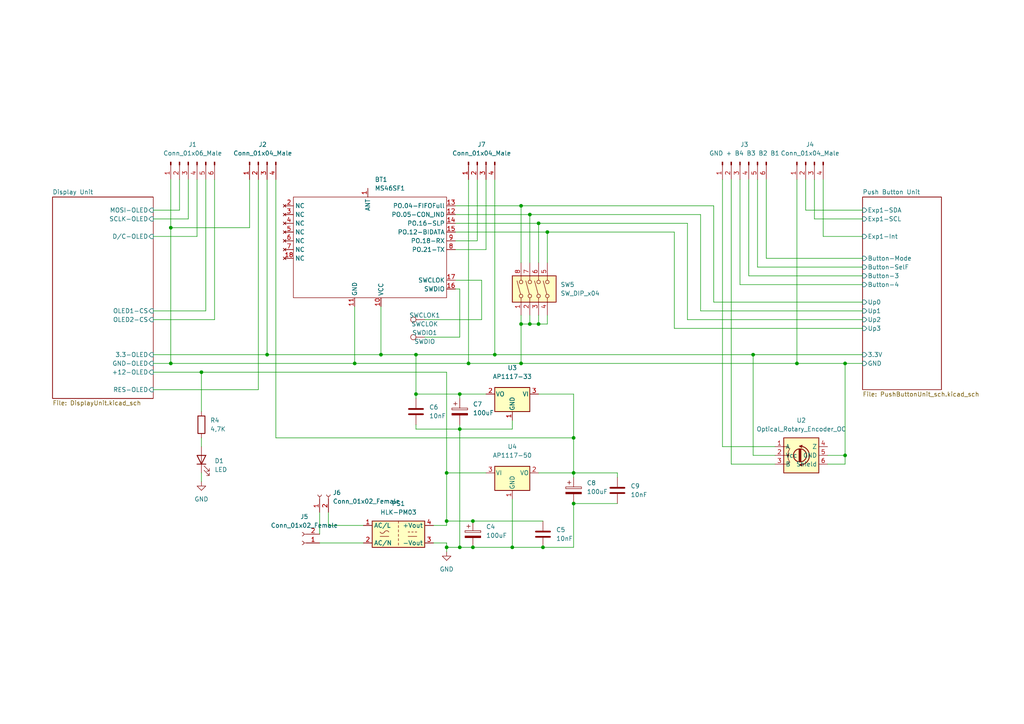
<source format=kicad_sch>
(kicad_sch (version 20211123) (generator eeschema)

  (uuid 89ab0e89-e9a9-43ae-8b4c-b4802aef1d0a)

  (paper "A4")

  (lib_symbols
    (symbol "Connector:Conn_01x02_Female" (pin_names (offset 1.016) hide) (in_bom yes) (on_board yes)
      (property "Reference" "J" (id 0) (at 0 2.54 0)
        (effects (font (size 1.27 1.27)))
      )
      (property "Value" "Conn_01x02_Female" (id 1) (at 0 -5.08 0)
        (effects (font (size 1.27 1.27)))
      )
      (property "Footprint" "" (id 2) (at 0 0 0)
        (effects (font (size 1.27 1.27)) hide)
      )
      (property "Datasheet" "~" (id 3) (at 0 0 0)
        (effects (font (size 1.27 1.27)) hide)
      )
      (property "ki_keywords" "connector" (id 4) (at 0 0 0)
        (effects (font (size 1.27 1.27)) hide)
      )
      (property "ki_description" "Generic connector, single row, 01x02, script generated (kicad-library-utils/schlib/autogen/connector/)" (id 5) (at 0 0 0)
        (effects (font (size 1.27 1.27)) hide)
      )
      (property "ki_fp_filters" "Connector*:*_1x??_*" (id 6) (at 0 0 0)
        (effects (font (size 1.27 1.27)) hide)
      )
      (symbol "Conn_01x02_Female_1_1"
        (arc (start 0 -2.032) (mid -0.508 -2.54) (end 0 -3.048)
          (stroke (width 0.1524) (type default) (color 0 0 0 0))
          (fill (type none))
        )
        (polyline
          (pts
            (xy -1.27 -2.54)
            (xy -0.508 -2.54)
          )
          (stroke (width 0.1524) (type default) (color 0 0 0 0))
          (fill (type none))
        )
        (polyline
          (pts
            (xy -1.27 0)
            (xy -0.508 0)
          )
          (stroke (width 0.1524) (type default) (color 0 0 0 0))
          (fill (type none))
        )
        (arc (start 0 0.508) (mid -0.508 0) (end 0 -0.508)
          (stroke (width 0.1524) (type default) (color 0 0 0 0))
          (fill (type none))
        )
        (pin passive line (at -5.08 0 0) (length 3.81)
          (name "Pin_1" (effects (font (size 1.27 1.27))))
          (number "1" (effects (font (size 1.27 1.27))))
        )
        (pin passive line (at -5.08 -2.54 0) (length 3.81)
          (name "Pin_2" (effects (font (size 1.27 1.27))))
          (number "2" (effects (font (size 1.27 1.27))))
        )
      )
    )
    (symbol "Connector:Conn_01x04_Male" (pin_names (offset 1.016) hide) (in_bom yes) (on_board yes)
      (property "Reference" "J" (id 0) (at 0 5.08 0)
        (effects (font (size 1.27 1.27)))
      )
      (property "Value" "Conn_01x04_Male" (id 1) (at 0 -7.62 0)
        (effects (font (size 1.27 1.27)))
      )
      (property "Footprint" "" (id 2) (at 0 0 0)
        (effects (font (size 1.27 1.27)) hide)
      )
      (property "Datasheet" "~" (id 3) (at 0 0 0)
        (effects (font (size 1.27 1.27)) hide)
      )
      (property "ki_keywords" "connector" (id 4) (at 0 0 0)
        (effects (font (size 1.27 1.27)) hide)
      )
      (property "ki_description" "Generic connector, single row, 01x04, script generated (kicad-library-utils/schlib/autogen/connector/)" (id 5) (at 0 0 0)
        (effects (font (size 1.27 1.27)) hide)
      )
      (property "ki_fp_filters" "Connector*:*_1x??_*" (id 6) (at 0 0 0)
        (effects (font (size 1.27 1.27)) hide)
      )
      (symbol "Conn_01x04_Male_1_1"
        (polyline
          (pts
            (xy 1.27 -5.08)
            (xy 0.8636 -5.08)
          )
          (stroke (width 0.1524) (type default) (color 0 0 0 0))
          (fill (type none))
        )
        (polyline
          (pts
            (xy 1.27 -2.54)
            (xy 0.8636 -2.54)
          )
          (stroke (width 0.1524) (type default) (color 0 0 0 0))
          (fill (type none))
        )
        (polyline
          (pts
            (xy 1.27 0)
            (xy 0.8636 0)
          )
          (stroke (width 0.1524) (type default) (color 0 0 0 0))
          (fill (type none))
        )
        (polyline
          (pts
            (xy 1.27 2.54)
            (xy 0.8636 2.54)
          )
          (stroke (width 0.1524) (type default) (color 0 0 0 0))
          (fill (type none))
        )
        (rectangle (start 0.8636 -4.953) (end 0 -5.207)
          (stroke (width 0.1524) (type default) (color 0 0 0 0))
          (fill (type outline))
        )
        (rectangle (start 0.8636 -2.413) (end 0 -2.667)
          (stroke (width 0.1524) (type default) (color 0 0 0 0))
          (fill (type outline))
        )
        (rectangle (start 0.8636 0.127) (end 0 -0.127)
          (stroke (width 0.1524) (type default) (color 0 0 0 0))
          (fill (type outline))
        )
        (rectangle (start 0.8636 2.667) (end 0 2.413)
          (stroke (width 0.1524) (type default) (color 0 0 0 0))
          (fill (type outline))
        )
        (pin passive line (at 5.08 2.54 180) (length 3.81)
          (name "Pin_1" (effects (font (size 1.27 1.27))))
          (number "1" (effects (font (size 1.27 1.27))))
        )
        (pin passive line (at 5.08 0 180) (length 3.81)
          (name "Pin_2" (effects (font (size 1.27 1.27))))
          (number "2" (effects (font (size 1.27 1.27))))
        )
        (pin passive line (at 5.08 -2.54 180) (length 3.81)
          (name "Pin_3" (effects (font (size 1.27 1.27))))
          (number "3" (effects (font (size 1.27 1.27))))
        )
        (pin passive line (at 5.08 -5.08 180) (length 3.81)
          (name "Pin_4" (effects (font (size 1.27 1.27))))
          (number "4" (effects (font (size 1.27 1.27))))
        )
      )
    )
    (symbol "Connector:Conn_01x06_Male" (pin_names (offset 1.016) hide) (in_bom yes) (on_board yes)
      (property "Reference" "J" (id 0) (at 0 7.62 0)
        (effects (font (size 1.27 1.27)))
      )
      (property "Value" "Conn_01x06_Male" (id 1) (at 0 -10.16 0)
        (effects (font (size 1.27 1.27)))
      )
      (property "Footprint" "" (id 2) (at 0 0 0)
        (effects (font (size 1.27 1.27)) hide)
      )
      (property "Datasheet" "~" (id 3) (at 0 0 0)
        (effects (font (size 1.27 1.27)) hide)
      )
      (property "ki_keywords" "connector" (id 4) (at 0 0 0)
        (effects (font (size 1.27 1.27)) hide)
      )
      (property "ki_description" "Generic connector, single row, 01x06, script generated (kicad-library-utils/schlib/autogen/connector/)" (id 5) (at 0 0 0)
        (effects (font (size 1.27 1.27)) hide)
      )
      (property "ki_fp_filters" "Connector*:*_1x??_*" (id 6) (at 0 0 0)
        (effects (font (size 1.27 1.27)) hide)
      )
      (symbol "Conn_01x06_Male_1_1"
        (polyline
          (pts
            (xy 1.27 -7.62)
            (xy 0.8636 -7.62)
          )
          (stroke (width 0.1524) (type default) (color 0 0 0 0))
          (fill (type none))
        )
        (polyline
          (pts
            (xy 1.27 -5.08)
            (xy 0.8636 -5.08)
          )
          (stroke (width 0.1524) (type default) (color 0 0 0 0))
          (fill (type none))
        )
        (polyline
          (pts
            (xy 1.27 -2.54)
            (xy 0.8636 -2.54)
          )
          (stroke (width 0.1524) (type default) (color 0 0 0 0))
          (fill (type none))
        )
        (polyline
          (pts
            (xy 1.27 0)
            (xy 0.8636 0)
          )
          (stroke (width 0.1524) (type default) (color 0 0 0 0))
          (fill (type none))
        )
        (polyline
          (pts
            (xy 1.27 2.54)
            (xy 0.8636 2.54)
          )
          (stroke (width 0.1524) (type default) (color 0 0 0 0))
          (fill (type none))
        )
        (polyline
          (pts
            (xy 1.27 5.08)
            (xy 0.8636 5.08)
          )
          (stroke (width 0.1524) (type default) (color 0 0 0 0))
          (fill (type none))
        )
        (rectangle (start 0.8636 -7.493) (end 0 -7.747)
          (stroke (width 0.1524) (type default) (color 0 0 0 0))
          (fill (type outline))
        )
        (rectangle (start 0.8636 -4.953) (end 0 -5.207)
          (stroke (width 0.1524) (type default) (color 0 0 0 0))
          (fill (type outline))
        )
        (rectangle (start 0.8636 -2.413) (end 0 -2.667)
          (stroke (width 0.1524) (type default) (color 0 0 0 0))
          (fill (type outline))
        )
        (rectangle (start 0.8636 0.127) (end 0 -0.127)
          (stroke (width 0.1524) (type default) (color 0 0 0 0))
          (fill (type outline))
        )
        (rectangle (start 0.8636 2.667) (end 0 2.413)
          (stroke (width 0.1524) (type default) (color 0 0 0 0))
          (fill (type outline))
        )
        (rectangle (start 0.8636 5.207) (end 0 4.953)
          (stroke (width 0.1524) (type default) (color 0 0 0 0))
          (fill (type outline))
        )
        (pin passive line (at 5.08 5.08 180) (length 3.81)
          (name "Pin_1" (effects (font (size 1.27 1.27))))
          (number "1" (effects (font (size 1.27 1.27))))
        )
        (pin passive line (at 5.08 2.54 180) (length 3.81)
          (name "Pin_2" (effects (font (size 1.27 1.27))))
          (number "2" (effects (font (size 1.27 1.27))))
        )
        (pin passive line (at 5.08 0 180) (length 3.81)
          (name "Pin_3" (effects (font (size 1.27 1.27))))
          (number "3" (effects (font (size 1.27 1.27))))
        )
        (pin passive line (at 5.08 -2.54 180) (length 3.81)
          (name "Pin_4" (effects (font (size 1.27 1.27))))
          (number "4" (effects (font (size 1.27 1.27))))
        )
        (pin passive line (at 5.08 -5.08 180) (length 3.81)
          (name "Pin_5" (effects (font (size 1.27 1.27))))
          (number "5" (effects (font (size 1.27 1.27))))
        )
        (pin passive line (at 5.08 -7.62 180) (length 3.81)
          (name "Pin_6" (effects (font (size 1.27 1.27))))
          (number "6" (effects (font (size 1.27 1.27))))
        )
      )
    )
    (symbol "Connector:TestPoint" (pin_numbers hide) (pin_names (offset 0.762) hide) (in_bom yes) (on_board yes)
      (property "Reference" "TP" (id 0) (at 0 6.858 0)
        (effects (font (size 1.27 1.27)))
      )
      (property "Value" "TestPoint" (id 1) (at 0 5.08 0)
        (effects (font (size 1.27 1.27)))
      )
      (property "Footprint" "" (id 2) (at 5.08 0 0)
        (effects (font (size 1.27 1.27)) hide)
      )
      (property "Datasheet" "~" (id 3) (at 5.08 0 0)
        (effects (font (size 1.27 1.27)) hide)
      )
      (property "ki_keywords" "test point tp" (id 4) (at 0 0 0)
        (effects (font (size 1.27 1.27)) hide)
      )
      (property "ki_description" "test point" (id 5) (at 0 0 0)
        (effects (font (size 1.27 1.27)) hide)
      )
      (property "ki_fp_filters" "Pin* Test*" (id 6) (at 0 0 0)
        (effects (font (size 1.27 1.27)) hide)
      )
      (symbol "TestPoint_0_1"
        (circle (center 0 3.302) (radius 0.762)
          (stroke (width 0) (type default) (color 0 0 0 0))
          (fill (type none))
        )
      )
      (symbol "TestPoint_1_1"
        (pin passive line (at 0 0 90) (length 2.54)
          (name "1" (effects (font (size 1.27 1.27))))
          (number "1" (effects (font (size 1.27 1.27))))
        )
      )
    )
    (symbol "Converter_ACDC:HLK-PM03" (in_bom yes) (on_board yes)
      (property "Reference" "PS" (id 0) (at 0 5.08 0)
        (effects (font (size 1.27 1.27)))
      )
      (property "Value" "HLK-PM03" (id 1) (at 0 -5.08 0)
        (effects (font (size 1.27 1.27)))
      )
      (property "Footprint" "Converter_ACDC:Converter_ACDC_HiLink_HLK-PMxx" (id 2) (at 0 -7.62 0)
        (effects (font (size 1.27 1.27)) hide)
      )
      (property "Datasheet" "http://www.hlktech.net/product_detail.php?ProId=59" (id 3) (at 10.16 -8.89 0)
        (effects (font (size 1.27 1.27)) hide)
      )
      (property "ki_keywords" "AC/DC module power supply" (id 4) (at 0 0 0)
        (effects (font (size 1.27 1.27)) hide)
      )
      (property "ki_description" "Compact AC/DC board mount power module 3W 3V3" (id 5) (at 0 0 0)
        (effects (font (size 1.27 1.27)) hide)
      )
      (property "ki_fp_filters" "Converter*ACDC*HiLink*HLK?PM*" (id 6) (at 0 0 0)
        (effects (font (size 1.27 1.27)) hide)
      )
      (symbol "HLK-PM03_0_1"
        (rectangle (start -7.62 3.81) (end 7.62 -3.81)
          (stroke (width 0.254) (type default) (color 0 0 0 0))
          (fill (type background))
        )
        (arc (start -5.334 0.635) (mid -4.699 0.2495) (end -4.064 0.635)
          (stroke (width 0) (type default) (color 0 0 0 0))
          (fill (type none))
        )
        (arc (start -2.794 0.635) (mid -3.429 1.0072) (end -4.064 0.635)
          (stroke (width 0) (type default) (color 0 0 0 0))
          (fill (type none))
        )
        (polyline
          (pts
            (xy -5.334 -0.635)
            (xy -2.794 -0.635)
          )
          (stroke (width 0) (type default) (color 0 0 0 0))
          (fill (type none))
        )
        (polyline
          (pts
            (xy 0 -2.54)
            (xy 0 -3.175)
          )
          (stroke (width 0) (type default) (color 0 0 0 0))
          (fill (type none))
        )
        (polyline
          (pts
            (xy 0 -1.27)
            (xy 0 -1.905)
          )
          (stroke (width 0) (type default) (color 0 0 0 0))
          (fill (type none))
        )
        (polyline
          (pts
            (xy 0 0)
            (xy 0 -0.635)
          )
          (stroke (width 0) (type default) (color 0 0 0 0))
          (fill (type none))
        )
        (polyline
          (pts
            (xy 0 1.27)
            (xy 0 0.635)
          )
          (stroke (width 0) (type default) (color 0 0 0 0))
          (fill (type none))
        )
        (polyline
          (pts
            (xy 0 2.54)
            (xy 0 1.905)
          )
          (stroke (width 0) (type default) (color 0 0 0 0))
          (fill (type none))
        )
        (polyline
          (pts
            (xy 0 3.81)
            (xy 0 3.175)
          )
          (stroke (width 0) (type default) (color 0 0 0 0))
          (fill (type none))
        )
        (polyline
          (pts
            (xy 2.794 -0.635)
            (xy 5.334 -0.635)
          )
          (stroke (width 0) (type default) (color 0 0 0 0))
          (fill (type none))
        )
        (polyline
          (pts
            (xy 2.794 0.635)
            (xy 3.302 0.635)
          )
          (stroke (width 0) (type default) (color 0 0 0 0))
          (fill (type none))
        )
        (polyline
          (pts
            (xy 3.81 0.635)
            (xy 4.318 0.635)
          )
          (stroke (width 0) (type default) (color 0 0 0 0))
          (fill (type none))
        )
        (polyline
          (pts
            (xy 4.826 0.635)
            (xy 5.334 0.635)
          )
          (stroke (width 0) (type default) (color 0 0 0 0))
          (fill (type none))
        )
      )
      (symbol "HLK-PM03_1_1"
        (pin power_in line (at -10.16 2.54 0) (length 2.54)
          (name "AC/L" (effects (font (size 1.27 1.27))))
          (number "1" (effects (font (size 1.27 1.27))))
        )
        (pin power_in line (at -10.16 -2.54 0) (length 2.54)
          (name "AC/N" (effects (font (size 1.27 1.27))))
          (number "2" (effects (font (size 1.27 1.27))))
        )
        (pin power_out line (at 10.16 -2.54 180) (length 2.54)
          (name "-Vout" (effects (font (size 1.27 1.27))))
          (number "3" (effects (font (size 1.27 1.27))))
        )
        (pin power_out line (at 10.16 2.54 180) (length 2.54)
          (name "+Vout" (effects (font (size 1.27 1.27))))
          (number "4" (effects (font (size 1.27 1.27))))
        )
      )
    )
    (symbol "Device:C" (pin_numbers hide) (pin_names (offset 0.254)) (in_bom yes) (on_board yes)
      (property "Reference" "C" (id 0) (at 0.635 2.54 0)
        (effects (font (size 1.27 1.27)) (justify left))
      )
      (property "Value" "C" (id 1) (at 0.635 -2.54 0)
        (effects (font (size 1.27 1.27)) (justify left))
      )
      (property "Footprint" "" (id 2) (at 0.9652 -3.81 0)
        (effects (font (size 1.27 1.27)) hide)
      )
      (property "Datasheet" "~" (id 3) (at 0 0 0)
        (effects (font (size 1.27 1.27)) hide)
      )
      (property "ki_keywords" "cap capacitor" (id 4) (at 0 0 0)
        (effects (font (size 1.27 1.27)) hide)
      )
      (property "ki_description" "Unpolarized capacitor" (id 5) (at 0 0 0)
        (effects (font (size 1.27 1.27)) hide)
      )
      (property "ki_fp_filters" "C_*" (id 6) (at 0 0 0)
        (effects (font (size 1.27 1.27)) hide)
      )
      (symbol "C_0_1"
        (polyline
          (pts
            (xy -2.032 -0.762)
            (xy 2.032 -0.762)
          )
          (stroke (width 0.508) (type default) (color 0 0 0 0))
          (fill (type none))
        )
        (polyline
          (pts
            (xy -2.032 0.762)
            (xy 2.032 0.762)
          )
          (stroke (width 0.508) (type default) (color 0 0 0 0))
          (fill (type none))
        )
      )
      (symbol "C_1_1"
        (pin passive line (at 0 3.81 270) (length 2.794)
          (name "~" (effects (font (size 1.27 1.27))))
          (number "1" (effects (font (size 1.27 1.27))))
        )
        (pin passive line (at 0 -3.81 90) (length 2.794)
          (name "~" (effects (font (size 1.27 1.27))))
          (number "2" (effects (font (size 1.27 1.27))))
        )
      )
    )
    (symbol "Device:C_Polarized" (pin_numbers hide) (pin_names (offset 0.254)) (in_bom yes) (on_board yes)
      (property "Reference" "C" (id 0) (at 0.635 2.54 0)
        (effects (font (size 1.27 1.27)) (justify left))
      )
      (property "Value" "C_Polarized" (id 1) (at 0.635 -2.54 0)
        (effects (font (size 1.27 1.27)) (justify left))
      )
      (property "Footprint" "" (id 2) (at 0.9652 -3.81 0)
        (effects (font (size 1.27 1.27)) hide)
      )
      (property "Datasheet" "~" (id 3) (at 0 0 0)
        (effects (font (size 1.27 1.27)) hide)
      )
      (property "ki_keywords" "cap capacitor" (id 4) (at 0 0 0)
        (effects (font (size 1.27 1.27)) hide)
      )
      (property "ki_description" "Polarized capacitor" (id 5) (at 0 0 0)
        (effects (font (size 1.27 1.27)) hide)
      )
      (property "ki_fp_filters" "CP_*" (id 6) (at 0 0 0)
        (effects (font (size 1.27 1.27)) hide)
      )
      (symbol "C_Polarized_0_1"
        (rectangle (start -2.286 0.508) (end 2.286 1.016)
          (stroke (width 0) (type default) (color 0 0 0 0))
          (fill (type none))
        )
        (polyline
          (pts
            (xy -1.778 2.286)
            (xy -0.762 2.286)
          )
          (stroke (width 0) (type default) (color 0 0 0 0))
          (fill (type none))
        )
        (polyline
          (pts
            (xy -1.27 2.794)
            (xy -1.27 1.778)
          )
          (stroke (width 0) (type default) (color 0 0 0 0))
          (fill (type none))
        )
        (rectangle (start 2.286 -0.508) (end -2.286 -1.016)
          (stroke (width 0) (type default) (color 0 0 0 0))
          (fill (type outline))
        )
      )
      (symbol "C_Polarized_1_1"
        (pin passive line (at 0 3.81 270) (length 2.794)
          (name "~" (effects (font (size 1.27 1.27))))
          (number "1" (effects (font (size 1.27 1.27))))
        )
        (pin passive line (at 0 -3.81 90) (length 2.794)
          (name "~" (effects (font (size 1.27 1.27))))
          (number "2" (effects (font (size 1.27 1.27))))
        )
      )
    )
    (symbol "Device:LED" (pin_numbers hide) (pin_names (offset 1.016) hide) (in_bom yes) (on_board yes)
      (property "Reference" "D" (id 0) (at 0 2.54 0)
        (effects (font (size 1.27 1.27)))
      )
      (property "Value" "LED" (id 1) (at 0 -2.54 0)
        (effects (font (size 1.27 1.27)))
      )
      (property "Footprint" "" (id 2) (at 0 0 0)
        (effects (font (size 1.27 1.27)) hide)
      )
      (property "Datasheet" "~" (id 3) (at 0 0 0)
        (effects (font (size 1.27 1.27)) hide)
      )
      (property "ki_keywords" "LED diode" (id 4) (at 0 0 0)
        (effects (font (size 1.27 1.27)) hide)
      )
      (property "ki_description" "Light emitting diode" (id 5) (at 0 0 0)
        (effects (font (size 1.27 1.27)) hide)
      )
      (property "ki_fp_filters" "LED* LED_SMD:* LED_THT:*" (id 6) (at 0 0 0)
        (effects (font (size 1.27 1.27)) hide)
      )
      (symbol "LED_0_1"
        (polyline
          (pts
            (xy -1.27 -1.27)
            (xy -1.27 1.27)
          )
          (stroke (width 0.254) (type default) (color 0 0 0 0))
          (fill (type none))
        )
        (polyline
          (pts
            (xy -1.27 0)
            (xy 1.27 0)
          )
          (stroke (width 0) (type default) (color 0 0 0 0))
          (fill (type none))
        )
        (polyline
          (pts
            (xy 1.27 -1.27)
            (xy 1.27 1.27)
            (xy -1.27 0)
            (xy 1.27 -1.27)
          )
          (stroke (width 0.254) (type default) (color 0 0 0 0))
          (fill (type none))
        )
        (polyline
          (pts
            (xy -3.048 -0.762)
            (xy -4.572 -2.286)
            (xy -3.81 -2.286)
            (xy -4.572 -2.286)
            (xy -4.572 -1.524)
          )
          (stroke (width 0) (type default) (color 0 0 0 0))
          (fill (type none))
        )
        (polyline
          (pts
            (xy -1.778 -0.762)
            (xy -3.302 -2.286)
            (xy -2.54 -2.286)
            (xy -3.302 -2.286)
            (xy -3.302 -1.524)
          )
          (stroke (width 0) (type default) (color 0 0 0 0))
          (fill (type none))
        )
      )
      (symbol "LED_1_1"
        (pin passive line (at -3.81 0 0) (length 2.54)
          (name "K" (effects (font (size 1.27 1.27))))
          (number "1" (effects (font (size 1.27 1.27))))
        )
        (pin passive line (at 3.81 0 180) (length 2.54)
          (name "A" (effects (font (size 1.27 1.27))))
          (number "2" (effects (font (size 1.27 1.27))))
        )
      )
    )
    (symbol "Device:R" (pin_numbers hide) (pin_names (offset 0)) (in_bom yes) (on_board yes)
      (property "Reference" "R" (id 0) (at 2.032 0 90)
        (effects (font (size 1.27 1.27)))
      )
      (property "Value" "R" (id 1) (at 0 0 90)
        (effects (font (size 1.27 1.27)))
      )
      (property "Footprint" "" (id 2) (at -1.778 0 90)
        (effects (font (size 1.27 1.27)) hide)
      )
      (property "Datasheet" "~" (id 3) (at 0 0 0)
        (effects (font (size 1.27 1.27)) hide)
      )
      (property "ki_keywords" "R res resistor" (id 4) (at 0 0 0)
        (effects (font (size 1.27 1.27)) hide)
      )
      (property "ki_description" "Resistor" (id 5) (at 0 0 0)
        (effects (font (size 1.27 1.27)) hide)
      )
      (property "ki_fp_filters" "R_*" (id 6) (at 0 0 0)
        (effects (font (size 1.27 1.27)) hide)
      )
      (symbol "R_0_1"
        (rectangle (start -1.016 -2.54) (end 1.016 2.54)
          (stroke (width 0.254) (type default) (color 0 0 0 0))
          (fill (type none))
        )
      )
      (symbol "R_1_1"
        (pin passive line (at 0 3.81 270) (length 1.27)
          (name "~" (effects (font (size 1.27 1.27))))
          (number "1" (effects (font (size 1.27 1.27))))
        )
        (pin passive line (at 0 -3.81 90) (length 1.27)
          (name "~" (effects (font (size 1.27 1.27))))
          (number "2" (effects (font (size 1.27 1.27))))
        )
      )
    )
    (symbol "Interface_Optical:Optical_Rotary_Encoder_OC" (in_bom yes) (on_board yes)
      (property "Reference" "U" (id 0) (at 0 0 0)
        (effects (font (size 1.27 1.27)))
      )
      (property "Value" "Optical_Rotary_Encoder_OC" (id 1) (at 0 0 0)
        (effects (font (size 1.27 1.27)))
      )
      (property "Footprint" "" (id 2) (at 0 0 0)
        (effects (font (size 1.27 1.27)) hide)
      )
      (property "Datasheet" "" (id 3) (at 0 0 0)
        (effects (font (size 1.27 1.27)) hide)
      )
      (symbol "Optical_Rotary_Encoder_OC_0_1"
        (rectangle (start -3.81 12.7) (end 6.35 2.54)
          (stroke (width 0.254) (type default) (color 0 0 0 0))
          (fill (type background))
        )
        (circle (center -2.54 7.62) (radius 0.254)
          (stroke (width 0) (type default) (color 0 0 0 0))
          (fill (type outline))
        )
        (polyline
          (pts
            (xy 0.635 5.842)
            (xy 0.635 9.398)
          )
          (stroke (width 0.254) (type default) (color 0 0 0 0))
          (fill (type none))
        )
        (polyline
          (pts
            (xy 0.889 5.842)
            (xy 0.889 9.398)
          )
          (stroke (width 0.254) (type default) (color 0 0 0 0))
          (fill (type none))
        )
        (polyline
          (pts
            (xy 1.143 9.398)
            (xy 1.143 5.842)
          )
          (stroke (width 0.254) (type default) (color 0 0 0 0))
          (fill (type none))
        )
        (polyline
          (pts
            (xy -3.81 5.08)
            (xy -2.54 5.08)
            (xy -2.54 5.588)
          )
          (stroke (width 0) (type default) (color 0 0 0 0))
          (fill (type none))
        )
        (polyline
          (pts
            (xy -3.81 10.16)
            (xy -2.54 10.16)
            (xy -2.54 9.652)
          )
          (stroke (width 0) (type default) (color 0 0 0 0))
          (fill (type none))
        )
        (polyline
          (pts
            (xy 1.524 4.572)
            (xy 0.762 4.826)
            (xy 1.397 5.207)
          )
          (stroke (width 0.254) (type default) (color 0 0 0 0))
          (fill (type none))
        )
        (polyline
          (pts
            (xy 1.524 10.541)
            (xy 0.762 10.287)
            (xy 1.397 9.906)
          )
          (stroke (width 0.254) (type default) (color 0 0 0 0))
          (fill (type none))
        )
        (polyline
          (pts
            (xy -3.81 7.62)
            (xy -2.54 7.62)
            (xy -2.54 6.604)
            (xy -2.032 5.588)
          )
          (stroke (width 0) (type default) (color 0 0 0 0))
          (fill (type none))
        )
        (polyline
          (pts
            (xy -3.048 7.62)
            (xy -2.54 7.62)
            (xy -2.54 8.636)
            (xy -2.032 9.652)
          )
          (stroke (width 0) (type default) (color 0 0 0 0))
          (fill (type none))
        )
        (arc (start 0.889 4.826) (mid 3.6322 7.5565) (end 0.889 10.287)
          (stroke (width 0.254) (type default) (color 0 0 0 0))
          (fill (type none))
        )
        (circle (center 0.889 7.62) (radius 1.905)
          (stroke (width 0.254) (type default) (color 0 0 0 0))
          (fill (type none))
        )
      )
      (symbol "Optical_Rotary_Encoder_OC_1_1"
        (pin open_collector line (at -6.35 10.16 0) (length 2.54)
          (name "A" (effects (font (size 1.27 1.27))))
          (number "1" (effects (font (size 1.27 1.27))))
        )
        (pin power_in line (at -6.35 7.62 0) (length 2.54)
          (name "Vcc" (effects (font (size 1.27 1.27))))
          (number "2" (effects (font (size 1.27 1.27))))
        )
        (pin open_collector line (at -6.35 5.08 0) (length 2.54)
          (name "B" (effects (font (size 1.27 1.27))))
          (number "3" (effects (font (size 1.27 1.27))))
        )
        (pin open_collector line (at 8.89 10.16 180) (length 2.54)
          (name "Z" (effects (font (size 1.27 1.27))))
          (number "4" (effects (font (size 1.27 1.27))))
        )
        (pin power_in line (at 8.89 7.62 180) (length 2.54)
          (name "GND" (effects (font (size 1.27 1.27))))
          (number "5" (effects (font (size 1.27 1.27))))
        )
        (pin passive line (at 8.89 5.08 180) (length 2.54)
          (name "Shield" (effects (font (size 1.27 1.27))))
          (number "6" (effects (font (size 1.27 1.27))))
        )
      )
    )
    (symbol "RF_Bluetooth:MS46SF1" (in_bom yes) (on_board yes)
      (property "Reference" "BT" (id 0) (at 0 0 0)
        (effects (font (size 1.27 1.27)))
      )
      (property "Value" "MS46SF1" (id 1) (at 0 0 0)
        (effects (font (size 1.27 1.27)))
      )
      (property "Footprint" "" (id 2) (at 0 0 0)
        (effects (font (size 1.27 1.27)) hide)
      )
      (property "Datasheet" "" (id 3) (at 0 0 0)
        (effects (font (size 1.27 1.27)) hide)
      )
      (symbol "MS46SF1_0_1"
        (rectangle (start -21.59 22.86) (end 22.86 -6.35)
          (stroke (width 0) (type default) (color 0 0 0 0))
          (fill (type none))
        )
      )
      (symbol "MS46SF1_1_1"
        (pin bidirectional line (at 0 25.4 270) (length 2.54)
          (name "ANT" (effects (font (size 1.27 1.27))))
          (number "1" (effects (font (size 1.27 1.27))))
        )
        (pin power_in line (at 3.81 -8.89 90) (length 2.54)
          (name "VCC" (effects (font (size 1.27 1.27))))
          (number "10" (effects (font (size 1.27 1.27))))
        )
        (pin power_in line (at -3.81 -8.89 90) (length 2.54)
          (name "GND" (effects (font (size 1.27 1.27))))
          (number "11" (effects (font (size 1.27 1.27))))
        )
        (pin bidirectional line (at 25.4 17.78 180) (length 2.54)
          (name "PO.05-CON_IND" (effects (font (size 1.27 1.27))))
          (number "12" (effects (font (size 1.27 1.27))))
        )
        (pin bidirectional line (at 25.4 20.32 180) (length 2.54)
          (name "PO.04-FIFOFull" (effects (font (size 1.27 1.27))))
          (number "13" (effects (font (size 1.27 1.27))))
        )
        (pin bidirectional line (at 25.4 15.24 180) (length 2.54)
          (name "PO.16-SLP" (effects (font (size 1.27 1.27))))
          (number "14" (effects (font (size 1.27 1.27))))
        )
        (pin bidirectional line (at 25.4 12.7 180) (length 2.54)
          (name "PO.12-BIDATA" (effects (font (size 1.27 1.27))))
          (number "15" (effects (font (size 1.27 1.27))))
        )
        (pin bidirectional line (at 25.4 -3.81 180) (length 2.54)
          (name "SWDIO" (effects (font (size 1.27 1.27))))
          (number "16" (effects (font (size 1.27 1.27))))
        )
        (pin bidirectional line (at 25.4 -1.27 180) (length 2.54)
          (name "SWCLOK" (effects (font (size 1.27 1.27))))
          (number "17" (effects (font (size 1.27 1.27))))
        )
        (pin no_connect line (at -24.13 5.08 0) (length 2.54)
          (name "NC" (effects (font (size 1.27 1.27))))
          (number "18" (effects (font (size 1.27 1.27))))
        )
        (pin no_connect line (at -24.13 20.32 0) (length 2.54)
          (name "NC" (effects (font (size 1.27 1.27))))
          (number "2" (effects (font (size 1.27 1.27))))
        )
        (pin no_connect line (at -24.13 17.78 0) (length 2.54)
          (name "NC" (effects (font (size 1.27 1.27))))
          (number "3" (effects (font (size 1.27 1.27))))
        )
        (pin no_connect line (at -24.13 15.24 0) (length 2.54)
          (name "NC" (effects (font (size 1.27 1.27))))
          (number "4" (effects (font (size 1.27 1.27))))
        )
        (pin no_connect line (at -24.13 12.7 0) (length 2.54)
          (name "NC" (effects (font (size 1.27 1.27))))
          (number "5" (effects (font (size 1.27 1.27))))
        )
        (pin no_connect line (at -24.13 10.16 0) (length 2.54)
          (name "NC" (effects (font (size 1.27 1.27))))
          (number "6" (effects (font (size 1.27 1.27))))
        )
        (pin no_connect line (at -24.13 7.62 0) (length 2.54)
          (name "NC" (effects (font (size 1.27 1.27))))
          (number "7" (effects (font (size 1.27 1.27))))
        )
        (pin bidirectional line (at 25.4 7.62 180) (length 2.54)
          (name "PO.21-TX" (effects (font (size 1.27 1.27))))
          (number "8" (effects (font (size 1.27 1.27))))
        )
        (pin bidirectional line (at 25.4 10.16 180) (length 2.54)
          (name "PO.18-RX" (effects (font (size 1.27 1.27))))
          (number "9" (effects (font (size 1.27 1.27))))
        )
      )
    )
    (symbol "Regulator_Linear:AP1117-33" (pin_names (offset 0.254)) (in_bom yes) (on_board yes)
      (property "Reference" "U" (id 0) (at -3.81 3.175 0)
        (effects (font (size 1.27 1.27)))
      )
      (property "Value" "AP1117-33" (id 1) (at 0 3.175 0)
        (effects (font (size 1.27 1.27)) (justify left))
      )
      (property "Footprint" "Package_TO_SOT_SMD:SOT-223-3_TabPin2" (id 2) (at 0 5.08 0)
        (effects (font (size 1.27 1.27)) hide)
      )
      (property "Datasheet" "http://www.diodes.com/datasheets/AP1117.pdf" (id 3) (at 2.54 -6.35 0)
        (effects (font (size 1.27 1.27)) hide)
      )
      (property "ki_keywords" "linear regulator ldo fixed positive obsolete" (id 4) (at 0 0 0)
        (effects (font (size 1.27 1.27)) hide)
      )
      (property "ki_description" "1A Low Dropout regulator, positive, 3.3V fixed output, SOT-223" (id 5) (at 0 0 0)
        (effects (font (size 1.27 1.27)) hide)
      )
      (property "ki_fp_filters" "SOT?223*TabPin2*" (id 6) (at 0 0 0)
        (effects (font (size 1.27 1.27)) hide)
      )
      (symbol "AP1117-33_0_1"
        (rectangle (start -5.08 -5.08) (end 5.08 1.905)
          (stroke (width 0.254) (type default) (color 0 0 0 0))
          (fill (type background))
        )
      )
      (symbol "AP1117-33_1_1"
        (pin power_in line (at 0 -7.62 90) (length 2.54)
          (name "GND" (effects (font (size 1.27 1.27))))
          (number "1" (effects (font (size 1.27 1.27))))
        )
        (pin power_out line (at 7.62 0 180) (length 2.54)
          (name "VO" (effects (font (size 1.27 1.27))))
          (number "2" (effects (font (size 1.27 1.27))))
        )
        (pin power_in line (at -7.62 0 0) (length 2.54)
          (name "VI" (effects (font (size 1.27 1.27))))
          (number "3" (effects (font (size 1.27 1.27))))
        )
      )
    )
    (symbol "Regulator_Linear:AP1117-50" (pin_names (offset 0.254)) (in_bom yes) (on_board yes)
      (property "Reference" "U" (id 0) (at -3.81 3.175 0)
        (effects (font (size 1.27 1.27)))
      )
      (property "Value" "AP1117-50" (id 1) (at 0 3.175 0)
        (effects (font (size 1.27 1.27)) (justify left))
      )
      (property "Footprint" "Package_TO_SOT_SMD:SOT-223-3_TabPin2" (id 2) (at 0 5.08 0)
        (effects (font (size 1.27 1.27)) hide)
      )
      (property "Datasheet" "http://www.diodes.com/datasheets/AP1117.pdf" (id 3) (at 2.54 -6.35 0)
        (effects (font (size 1.27 1.27)) hide)
      )
      (property "ki_keywords" "linear regulator ldo fixed positive obsolete" (id 4) (at 0 0 0)
        (effects (font (size 1.27 1.27)) hide)
      )
      (property "ki_description" "1A Low Dropout regulator, positive, 5.0V fixed output, SOT-223" (id 5) (at 0 0 0)
        (effects (font (size 1.27 1.27)) hide)
      )
      (property "ki_fp_filters" "SOT?223*TabPin2*" (id 6) (at 0 0 0)
        (effects (font (size 1.27 1.27)) hide)
      )
      (symbol "AP1117-50_0_1"
        (rectangle (start -5.08 -5.08) (end 5.08 1.905)
          (stroke (width 0.254) (type default) (color 0 0 0 0))
          (fill (type background))
        )
      )
      (symbol "AP1117-50_1_1"
        (pin power_in line (at 0 -7.62 90) (length 2.54)
          (name "GND" (effects (font (size 1.27 1.27))))
          (number "1" (effects (font (size 1.27 1.27))))
        )
        (pin power_out line (at 7.62 0 180) (length 2.54)
          (name "VO" (effects (font (size 1.27 1.27))))
          (number "2" (effects (font (size 1.27 1.27))))
        )
        (pin power_in line (at -7.62 0 0) (length 2.54)
          (name "VI" (effects (font (size 1.27 1.27))))
          (number "3" (effects (font (size 1.27 1.27))))
        )
      )
    )
    (symbol "Switch:SW_DIP_x04" (pin_names (offset 0) hide) (in_bom yes) (on_board yes)
      (property "Reference" "SW" (id 0) (at 0 8.89 0)
        (effects (font (size 1.27 1.27)))
      )
      (property "Value" "SW_DIP_x04" (id 1) (at 0 -6.35 0)
        (effects (font (size 1.27 1.27)))
      )
      (property "Footprint" "" (id 2) (at 0 0 0)
        (effects (font (size 1.27 1.27)) hide)
      )
      (property "Datasheet" "~" (id 3) (at 0 0 0)
        (effects (font (size 1.27 1.27)) hide)
      )
      (property "ki_keywords" "dip switch" (id 4) (at 0 0 0)
        (effects (font (size 1.27 1.27)) hide)
      )
      (property "ki_description" "4x DIP Switch, Single Pole Single Throw (SPST) switch, small symbol" (id 5) (at 0 0 0)
        (effects (font (size 1.27 1.27)) hide)
      )
      (property "ki_fp_filters" "SW?DIP?x4*" (id 6) (at 0 0 0)
        (effects (font (size 1.27 1.27)) hide)
      )
      (symbol "SW_DIP_x04_0_0"
        (circle (center -2.032 -2.54) (radius 0.508)
          (stroke (width 0) (type default) (color 0 0 0 0))
          (fill (type none))
        )
        (circle (center -2.032 0) (radius 0.508)
          (stroke (width 0) (type default) (color 0 0 0 0))
          (fill (type none))
        )
        (circle (center -2.032 2.54) (radius 0.508)
          (stroke (width 0) (type default) (color 0 0 0 0))
          (fill (type none))
        )
        (circle (center -2.032 5.08) (radius 0.508)
          (stroke (width 0) (type default) (color 0 0 0 0))
          (fill (type none))
        )
        (polyline
          (pts
            (xy -1.524 -2.3876)
            (xy 2.3622 -1.3462)
          )
          (stroke (width 0) (type default) (color 0 0 0 0))
          (fill (type none))
        )
        (polyline
          (pts
            (xy -1.524 0.127)
            (xy 2.3622 1.1684)
          )
          (stroke (width 0) (type default) (color 0 0 0 0))
          (fill (type none))
        )
        (polyline
          (pts
            (xy -1.524 2.667)
            (xy 2.3622 3.7084)
          )
          (stroke (width 0) (type default) (color 0 0 0 0))
          (fill (type none))
        )
        (polyline
          (pts
            (xy -1.524 5.207)
            (xy 2.3622 6.2484)
          )
          (stroke (width 0) (type default) (color 0 0 0 0))
          (fill (type none))
        )
        (circle (center 2.032 -2.54) (radius 0.508)
          (stroke (width 0) (type default) (color 0 0 0 0))
          (fill (type none))
        )
        (circle (center 2.032 0) (radius 0.508)
          (stroke (width 0) (type default) (color 0 0 0 0))
          (fill (type none))
        )
        (circle (center 2.032 2.54) (radius 0.508)
          (stroke (width 0) (type default) (color 0 0 0 0))
          (fill (type none))
        )
        (circle (center 2.032 5.08) (radius 0.508)
          (stroke (width 0) (type default) (color 0 0 0 0))
          (fill (type none))
        )
      )
      (symbol "SW_DIP_x04_0_1"
        (rectangle (start -3.81 7.62) (end 3.81 -5.08)
          (stroke (width 0.254) (type default) (color 0 0 0 0))
          (fill (type background))
        )
      )
      (symbol "SW_DIP_x04_1_1"
        (pin passive line (at -7.62 5.08 0) (length 5.08)
          (name "~" (effects (font (size 1.27 1.27))))
          (number "1" (effects (font (size 1.27 1.27))))
        )
        (pin passive line (at -7.62 2.54 0) (length 5.08)
          (name "~" (effects (font (size 1.27 1.27))))
          (number "2" (effects (font (size 1.27 1.27))))
        )
        (pin passive line (at -7.62 0 0) (length 5.08)
          (name "~" (effects (font (size 1.27 1.27))))
          (number "3" (effects (font (size 1.27 1.27))))
        )
        (pin passive line (at -7.62 -2.54 0) (length 5.08)
          (name "~" (effects (font (size 1.27 1.27))))
          (number "4" (effects (font (size 1.27 1.27))))
        )
        (pin passive line (at 7.62 -2.54 180) (length 5.08)
          (name "~" (effects (font (size 1.27 1.27))))
          (number "5" (effects (font (size 1.27 1.27))))
        )
        (pin passive line (at 7.62 0 180) (length 5.08)
          (name "~" (effects (font (size 1.27 1.27))))
          (number "6" (effects (font (size 1.27 1.27))))
        )
        (pin passive line (at 7.62 2.54 180) (length 5.08)
          (name "~" (effects (font (size 1.27 1.27))))
          (number "7" (effects (font (size 1.27 1.27))))
        )
        (pin passive line (at 7.62 5.08 180) (length 5.08)
          (name "~" (effects (font (size 1.27 1.27))))
          (number "8" (effects (font (size 1.27 1.27))))
        )
      )
    )
    (symbol "power:GND" (power) (pin_names (offset 0)) (in_bom yes) (on_board yes)
      (property "Reference" "#PWR" (id 0) (at 0 -6.35 0)
        (effects (font (size 1.27 1.27)) hide)
      )
      (property "Value" "GND" (id 1) (at 0 -3.81 0)
        (effects (font (size 1.27 1.27)))
      )
      (property "Footprint" "" (id 2) (at 0 0 0)
        (effects (font (size 1.27 1.27)) hide)
      )
      (property "Datasheet" "" (id 3) (at 0 0 0)
        (effects (font (size 1.27 1.27)) hide)
      )
      (property "ki_keywords" "power-flag" (id 4) (at 0 0 0)
        (effects (font (size 1.27 1.27)) hide)
      )
      (property "ki_description" "Power symbol creates a global label with name \"GND\" , ground" (id 5) (at 0 0 0)
        (effects (font (size 1.27 1.27)) hide)
      )
      (symbol "GND_0_1"
        (polyline
          (pts
            (xy 0 0)
            (xy 0 -1.27)
            (xy 1.27 -1.27)
            (xy 0 -2.54)
            (xy -1.27 -1.27)
            (xy 0 -1.27)
          )
          (stroke (width 0) (type default) (color 0 0 0 0))
          (fill (type none))
        )
      )
      (symbol "GND_1_1"
        (pin power_in line (at 0 0 270) (length 0) hide
          (name "GND" (effects (font (size 1.27 1.27))))
          (number "1" (effects (font (size 1.27 1.27))))
        )
      )
    )
  )

  (junction (at 151.13 93.98) (diameter 0) (color 0 0 0 0)
    (uuid 04a3eb4f-9f1d-47c1-a428-855fd690f999)
  )
  (junction (at 151.13 105.41) (diameter 0) (color 0 0 0 0)
    (uuid 05f2158b-b4be-41f2-af2f-9f0644997876)
  )
  (junction (at 156.21 64.77) (diameter 0) (color 0 0 0 0)
    (uuid 07630699-364b-422d-ab6d-16a4fdad148f)
  )
  (junction (at 166.37 146.05) (diameter 0) (color 0 0 0 0)
    (uuid 0a321a7d-66b1-410c-83b9-94dcfa452ca7)
  )
  (junction (at 156.21 93.98) (diameter 0) (color 0 0 0 0)
    (uuid 0b9ce8e6-b528-4faa-b5c4-1a1d543c8f18)
  )
  (junction (at 133.35 124.46) (diameter 0) (color 0 0 0 0)
    (uuid 17527481-7f0e-4bd6-acb0-300712165146)
  )
  (junction (at 231.14 105.41) (diameter 0) (color 0 0 0 0)
    (uuid 18024863-93ee-4a76-883c-af7c7d0f46ed)
  )
  (junction (at 218.44 102.87) (diameter 0) (color 0 0 0 0)
    (uuid 1d33138e-c036-4144-8a98-2ceb31c50e8e)
  )
  (junction (at 58.42 107.95) (diameter 0) (color 0 0 0 0)
    (uuid 28aeb37d-894b-40b1-a9b3-af11789d4a9a)
  )
  (junction (at 135.89 105.41) (diameter 0) (color 0 0 0 0)
    (uuid 2c971761-b8d5-433b-b11f-ca05d1265825)
  )
  (junction (at 110.49 102.87) (diameter 0) (color 0 0 0 0)
    (uuid 3c4d6488-49bb-4580-b141-f311f20a9f79)
  )
  (junction (at 153.67 62.23) (diameter 0) (color 0 0 0 0)
    (uuid 4045583a-1aa8-4dbd-b16a-a0cbe5d5a76d)
  )
  (junction (at 77.47 102.87) (diameter 0) (color 0 0 0 0)
    (uuid 4516c691-dd66-499f-a7ff-fde9614442b2)
  )
  (junction (at 120.65 102.87) (diameter 0) (color 0 0 0 0)
    (uuid 513f7c3d-f3e9-47b8-a3ca-cf2190e6b973)
  )
  (junction (at 148.59 158.75) (diameter 0) (color 0 0 0 0)
    (uuid 5adb78d9-9ad9-43ea-b1ad-cb4e06cc58cc)
  )
  (junction (at 137.16 158.75) (diameter 0) (color 0 0 0 0)
    (uuid 6de3a742-3c5c-4850-8b8d-132de0c0012f)
  )
  (junction (at 137.16 151.13) (diameter 0) (color 0 0 0 0)
    (uuid 72616612-d502-4e5c-8d3c-0e1b715fac0b)
  )
  (junction (at 151.13 59.69) (diameter 0) (color 0 0 0 0)
    (uuid 7ed97921-52d0-41aa-b688-30b98507a7a5)
  )
  (junction (at 133.35 114.3) (diameter 0) (color 0 0 0 0)
    (uuid 8468cf00-182f-4a92-95ca-9ec3ef906009)
  )
  (junction (at 157.48 158.75) (diameter 0) (color 0 0 0 0)
    (uuid 923bf67d-dc0f-41ed-a99d-350ba970709a)
  )
  (junction (at 143.51 102.87) (diameter 0) (color 0 0 0 0)
    (uuid 92a52862-9c2e-4b81-b3ad-08ae8646aeac)
  )
  (junction (at 153.67 93.98) (diameter 0) (color 0 0 0 0)
    (uuid 997de6c2-bfa7-4429-ace4-a0f202c22379)
  )
  (junction (at 129.54 151.13) (diameter 0) (color 0 0 0 0)
    (uuid 9bcbe648-8b58-4679-b991-5ade9ccff5d7)
  )
  (junction (at 49.53 66.04) (diameter 0) (color 0 0 0 0)
    (uuid a05a3d09-120c-4115-8e59-46256ec8c98a)
  )
  (junction (at 120.65 114.3) (diameter 0) (color 0 0 0 0)
    (uuid a8e33943-35d8-4067-ac67-94b78577b2d3)
  )
  (junction (at 158.75 67.31) (diameter 0) (color 0 0 0 0)
    (uuid b497ea13-0a1e-48a8-bd4a-9f1dc2c6f33c)
  )
  (junction (at 49.53 105.41) (diameter 0) (color 0 0 0 0)
    (uuid cfe64a3c-4422-4f0c-9210-025409682e6b)
  )
  (junction (at 166.37 137.16) (diameter 0) (color 0 0 0 0)
    (uuid d7080aea-a985-4cd4-90b1-cd18e1724df4)
  )
  (junction (at 245.11 105.41) (diameter 0) (color 0 0 0 0)
    (uuid e2a581b7-3057-454b-bc22-6bdc4bad2e8a)
  )
  (junction (at 245.11 132.08) (diameter 0) (color 0 0 0 0)
    (uuid e71f69e7-30ef-47c6-816b-42531d4c31e0)
  )
  (junction (at 102.87 105.41) (diameter 0) (color 0 0 0 0)
    (uuid ef6a45e6-db06-42ad-bc5c-0b55a23acc12)
  )
  (junction (at 129.54 158.75) (diameter 0) (color 0 0 0 0)
    (uuid f1f7556c-fcf2-4b20-867c-8cb0f74b0683)
  )
  (junction (at 129.54 137.16) (diameter 0) (color 0 0 0 0)
    (uuid f6b90adf-709f-4f25-9667-0fd36e07095d)
  )
  (junction (at 166.37 127) (diameter 0) (color 0 0 0 0)
    (uuid fa439e06-cc14-4376-b165-866123bd9d83)
  )
  (junction (at 133.35 158.75) (diameter 0) (color 0 0 0 0)
    (uuid fdb6c9d5-ae22-47ba-83cc-f7b9eab90b92)
  )

  (wire (pts (xy 238.76 52.07) (xy 238.76 68.58))
    (stroke (width 0) (type default) (color 0 0 0 0))
    (uuid 00b0e9a9-52bf-4767-b643-784a418b7ae3)
  )
  (wire (pts (xy 129.54 158.75) (xy 133.35 158.75))
    (stroke (width 0) (type default) (color 0 0 0 0))
    (uuid 023011fd-8c6b-4c59-927b-38a6b78ac7d1)
  )
  (wire (pts (xy 153.67 91.44) (xy 153.67 93.98))
    (stroke (width 0) (type default) (color 0 0 0 0))
    (uuid 0711eaa8-3fd3-46b6-806d-c4dddbf6bcea)
  )
  (wire (pts (xy 80.01 127) (xy 166.37 127))
    (stroke (width 0) (type default) (color 0 0 0 0))
    (uuid 0742f83f-1541-4c8d-b57f-0920cdb8c40c)
  )
  (wire (pts (xy 250.19 87.63) (xy 207.01 87.63))
    (stroke (width 0) (type default) (color 0 0 0 0))
    (uuid 0750aa41-dd19-4374-8602-20175359ed3f)
  )
  (wire (pts (xy 156.21 114.3) (xy 166.37 114.3))
    (stroke (width 0) (type default) (color 0 0 0 0))
    (uuid 09d2489c-28dd-4730-baa2-017ae21b4a01)
  )
  (wire (pts (xy 44.45 105.41) (xy 49.53 105.41))
    (stroke (width 0) (type default) (color 0 0 0 0))
    (uuid 0d703881-8001-4ee0-aa0f-4f3496f5e4d5)
  )
  (wire (pts (xy 52.07 60.96) (xy 44.45 60.96))
    (stroke (width 0) (type default) (color 0 0 0 0))
    (uuid 0f2504e5-afd9-4fa8-9faa-15c57bb5ed05)
  )
  (wire (pts (xy 49.53 105.41) (xy 102.87 105.41))
    (stroke (width 0) (type default) (color 0 0 0 0))
    (uuid 11b81345-6115-4038-a771-84a6b03a868f)
  )
  (wire (pts (xy 102.87 105.41) (xy 135.89 105.41))
    (stroke (width 0) (type default) (color 0 0 0 0))
    (uuid 144f5425-28ea-4145-bbe2-b6afa42770c3)
  )
  (wire (pts (xy 123.19 92.71) (xy 139.7 92.71))
    (stroke (width 0) (type default) (color 0 0 0 0))
    (uuid 1452141b-10e2-474f-895e-0b99f87909f8)
  )
  (wire (pts (xy 224.79 132.08) (xy 218.44 132.08))
    (stroke (width 0) (type default) (color 0 0 0 0))
    (uuid 147d0141-5b0e-4145-bbb9-da83d2104f9c)
  )
  (wire (pts (xy 233.68 60.96) (xy 250.19 60.96))
    (stroke (width 0) (type default) (color 0 0 0 0))
    (uuid 160e91ef-d43b-4f54-960b-e21486c02e48)
  )
  (wire (pts (xy 129.54 158.75) (xy 129.54 160.02))
    (stroke (width 0) (type default) (color 0 0 0 0))
    (uuid 19e307b0-9d00-403a-8bb3-c92eee75b593)
  )
  (wire (pts (xy 133.35 114.3) (xy 120.65 114.3))
    (stroke (width 0) (type default) (color 0 0 0 0))
    (uuid 1aa2047c-1463-47dc-8fa9-594d0cbf3c24)
  )
  (wire (pts (xy 72.39 66.04) (xy 49.53 66.04))
    (stroke (width 0) (type default) (color 0 0 0 0))
    (uuid 1aaf03aa-5068-4ea9-a172-5d6dc2524293)
  )
  (wire (pts (xy 212.09 134.62) (xy 224.79 134.62))
    (stroke (width 0) (type default) (color 0 0 0 0))
    (uuid 1c2e0d04-0111-48cc-ac9d-8a4fa42d4d51)
  )
  (wire (pts (xy 231.14 52.07) (xy 231.14 105.41))
    (stroke (width 0) (type default) (color 0 0 0 0))
    (uuid 219c35ad-1099-4320-a4b8-162c78ecf79e)
  )
  (wire (pts (xy 238.76 68.58) (xy 250.19 68.58))
    (stroke (width 0) (type default) (color 0 0 0 0))
    (uuid 21a9a4a5-5e70-4c44-ad04-b54011427178)
  )
  (wire (pts (xy 137.16 151.13) (xy 157.48 151.13))
    (stroke (width 0) (type default) (color 0 0 0 0))
    (uuid 23a565f8-c512-42e3-b944-2b21cc7ef5bf)
  )
  (wire (pts (xy 158.75 67.31) (xy 195.58 67.31))
    (stroke (width 0) (type default) (color 0 0 0 0))
    (uuid 2eba6f66-616c-409e-a08c-cded7a14b9d0)
  )
  (wire (pts (xy 72.39 52.07) (xy 72.39 66.04))
    (stroke (width 0) (type default) (color 0 0 0 0))
    (uuid 2f9d8d9d-8de0-4862-b272-5289ba8ad8ac)
  )
  (wire (pts (xy 151.13 93.98) (xy 151.13 105.41))
    (stroke (width 0) (type default) (color 0 0 0 0))
    (uuid 3129c42b-f126-4149-99f1-975d8c8c5b7c)
  )
  (wire (pts (xy 102.87 88.9) (xy 102.87 105.41))
    (stroke (width 0) (type default) (color 0 0 0 0))
    (uuid 31c0a2a0-0496-4d09-93a4-fb79a3c90645)
  )
  (wire (pts (xy 77.47 52.07) (xy 77.47 102.87))
    (stroke (width 0) (type default) (color 0 0 0 0))
    (uuid 35167ef8-0503-4334-a014-5a05e41e0893)
  )
  (wire (pts (xy 156.21 93.98) (xy 153.67 93.98))
    (stroke (width 0) (type default) (color 0 0 0 0))
    (uuid 39c82d7a-8417-4fa0-ab57-bd1094da7f26)
  )
  (wire (pts (xy 120.65 124.46) (xy 133.35 124.46))
    (stroke (width 0) (type default) (color 0 0 0 0))
    (uuid 3ae1892a-0bb4-4f17-a391-4593a1c74cc5)
  )
  (wire (pts (xy 62.23 52.07) (xy 62.23 92.71))
    (stroke (width 0) (type default) (color 0 0 0 0))
    (uuid 3b4c6680-4692-427c-9e7c-b82bbdf5f9e7)
  )
  (wire (pts (xy 166.37 127) (xy 166.37 137.16))
    (stroke (width 0) (type default) (color 0 0 0 0))
    (uuid 3c5f25c4-8749-494f-b6fe-22b9d10a4e18)
  )
  (wire (pts (xy 44.45 102.87) (xy 77.47 102.87))
    (stroke (width 0) (type default) (color 0 0 0 0))
    (uuid 3dde5de2-a6c8-4294-8a6c-0e6d46692278)
  )
  (wire (pts (xy 74.93 113.03) (xy 44.45 113.03))
    (stroke (width 0) (type default) (color 0 0 0 0))
    (uuid 3df3aac2-3e98-4d7a-9211-b6c0b1c64b04)
  )
  (wire (pts (xy 129.54 137.16) (xy 140.97 137.16))
    (stroke (width 0) (type default) (color 0 0 0 0))
    (uuid 3e43ed96-13c3-47c1-b226-70f9af1f08d4)
  )
  (wire (pts (xy 222.25 74.93) (xy 250.19 74.93))
    (stroke (width 0) (type default) (color 0 0 0 0))
    (uuid 3e782978-756d-4c51-bea0-f5ec9ff1004f)
  )
  (wire (pts (xy 151.13 105.41) (xy 231.14 105.41))
    (stroke (width 0) (type default) (color 0 0 0 0))
    (uuid 3ec16338-e247-45e2-8544-5c7006ed4378)
  )
  (wire (pts (xy 209.55 52.07) (xy 209.55 129.54))
    (stroke (width 0) (type default) (color 0 0 0 0))
    (uuid 4002fc26-75c2-4db9-9fe7-f87c26bd2652)
  )
  (wire (pts (xy 166.37 146.05) (xy 166.37 158.75))
    (stroke (width 0) (type default) (color 0 0 0 0))
    (uuid 41ccd9d5-381c-455c-a7f8-aa83e81e8746)
  )
  (wire (pts (xy 245.11 105.41) (xy 245.11 132.08))
    (stroke (width 0) (type default) (color 0 0 0 0))
    (uuid 42c22643-f9a3-4fde-9ba1-15b089f3927e)
  )
  (wire (pts (xy 129.54 151.13) (xy 129.54 152.4))
    (stroke (width 0) (type default) (color 0 0 0 0))
    (uuid 43f72311-9d74-4379-aff9-849c5d7414c8)
  )
  (wire (pts (xy 166.37 114.3) (xy 166.37 127))
    (stroke (width 0) (type default) (color 0 0 0 0))
    (uuid 440e2d22-4b0d-4627-ae79-11e873013b1b)
  )
  (wire (pts (xy 120.65 102.87) (xy 120.65 114.3))
    (stroke (width 0) (type default) (color 0 0 0 0))
    (uuid 448c0acb-1090-4407-8dd2-67553bc6f1b5)
  )
  (wire (pts (xy 166.37 158.75) (xy 157.48 158.75))
    (stroke (width 0) (type default) (color 0 0 0 0))
    (uuid 4497858e-0b02-45fb-9ef6-8285d34c751e)
  )
  (wire (pts (xy 250.19 92.71) (xy 199.39 92.71))
    (stroke (width 0) (type default) (color 0 0 0 0))
    (uuid 45b1debc-22af-4967-9f35-4a7f5780eaf3)
  )
  (wire (pts (xy 139.7 92.71) (xy 139.7 81.28))
    (stroke (width 0) (type default) (color 0 0 0 0))
    (uuid 47aaf989-4363-4143-ae7e-08269741d36f)
  )
  (wire (pts (xy 148.59 121.92) (xy 148.59 124.46))
    (stroke (width 0) (type default) (color 0 0 0 0))
    (uuid 482082a7-06aa-468c-9a02-1da356b8cc5d)
  )
  (wire (pts (xy 245.11 105.41) (xy 250.19 105.41))
    (stroke (width 0) (type default) (color 0 0 0 0))
    (uuid 4872709a-adaf-44ad-88a0-a1c5401f9851)
  )
  (wire (pts (xy 151.13 91.44) (xy 151.13 93.98))
    (stroke (width 0) (type default) (color 0 0 0 0))
    (uuid 494e06b1-5de1-4907-a318-e9cc95a3b6ce)
  )
  (wire (pts (xy 54.61 63.5) (xy 44.45 63.5))
    (stroke (width 0) (type default) (color 0 0 0 0))
    (uuid 49682db4-332c-44a7-a088-1eee5e0f2427)
  )
  (wire (pts (xy 166.37 137.16) (xy 166.37 138.43))
    (stroke (width 0) (type default) (color 0 0 0 0))
    (uuid 4a62c6d5-9ea7-4fe8-863f-e6fb598710ef)
  )
  (wire (pts (xy 222.25 52.07) (xy 222.25 74.93))
    (stroke (width 0) (type default) (color 0 0 0 0))
    (uuid 4aa937a7-b0c4-4349-800b-e746aa544b7d)
  )
  (wire (pts (xy 58.42 119.38) (xy 58.42 107.95))
    (stroke (width 0) (type default) (color 0 0 0 0))
    (uuid 5018cfeb-4e7e-4e9d-8a80-602e68afd16a)
  )
  (wire (pts (xy 236.22 63.5) (xy 250.19 63.5))
    (stroke (width 0) (type default) (color 0 0 0 0))
    (uuid 515cb234-4bf9-427d-998c-1a20bf00d07f)
  )
  (wire (pts (xy 195.58 95.25) (xy 250.19 95.25))
    (stroke (width 0) (type default) (color 0 0 0 0))
    (uuid 521f302f-1816-4c97-b289-1e74439ada34)
  )
  (wire (pts (xy 151.13 59.69) (xy 132.08 59.69))
    (stroke (width 0) (type default) (color 0 0 0 0))
    (uuid 55152495-3aa8-4a1d-a992-cf1ef3515f80)
  )
  (wire (pts (xy 138.43 69.85) (xy 138.43 52.07))
    (stroke (width 0) (type default) (color 0 0 0 0))
    (uuid 557dd4ed-262c-4eb8-8f77-6d3e732ea9ea)
  )
  (wire (pts (xy 129.54 157.48) (xy 129.54 158.75))
    (stroke (width 0) (type default) (color 0 0 0 0))
    (uuid 562fd585-d119-4570-8753-6d3617c75fcb)
  )
  (wire (pts (xy 58.42 137.16) (xy 58.42 139.7))
    (stroke (width 0) (type default) (color 0 0 0 0))
    (uuid 56c8c686-ac51-4a23-b693-4f3b0978248a)
  )
  (wire (pts (xy 54.61 52.07) (xy 54.61 63.5))
    (stroke (width 0) (type default) (color 0 0 0 0))
    (uuid 57c21a22-a6ee-42d1-854e-01b35cfba2a4)
  )
  (wire (pts (xy 110.49 88.9) (xy 110.49 102.87))
    (stroke (width 0) (type default) (color 0 0 0 0))
    (uuid 59cd4665-8410-48d0-a298-155bca805675)
  )
  (wire (pts (xy 52.07 52.07) (xy 52.07 60.96))
    (stroke (width 0) (type default) (color 0 0 0 0))
    (uuid 5ae5dfb4-7aa0-4370-8d85-5e29d928370c)
  )
  (wire (pts (xy 207.01 87.63) (xy 207.01 59.69))
    (stroke (width 0) (type default) (color 0 0 0 0))
    (uuid 5de2dee0-2f6d-40b7-b768-f8f066cdeb01)
  )
  (wire (pts (xy 153.67 62.23) (xy 153.67 76.2))
    (stroke (width 0) (type default) (color 0 0 0 0))
    (uuid 5f9f84db-a80b-4e05-b29f-2b1652204bb5)
  )
  (wire (pts (xy 133.35 114.3) (xy 133.35 115.57))
    (stroke (width 0) (type default) (color 0 0 0 0))
    (uuid 64dd8184-5b44-4903-9c47-10dc816b7fd4)
  )
  (wire (pts (xy 231.14 105.41) (xy 245.11 105.41))
    (stroke (width 0) (type default) (color 0 0 0 0))
    (uuid 65b8f040-f24f-40a7-965e-ba3f32459e84)
  )
  (wire (pts (xy 58.42 107.95) (xy 44.45 107.95))
    (stroke (width 0) (type default) (color 0 0 0 0))
    (uuid 67a1ef5c-97d8-4e81-9a4a-0855e799dea5)
  )
  (wire (pts (xy 218.44 132.08) (xy 218.44 102.87))
    (stroke (width 0) (type default) (color 0 0 0 0))
    (uuid 67ef7e08-e8f1-46bb-bf5b-42a5685fba78)
  )
  (wire (pts (xy 59.69 90.17) (xy 44.45 90.17))
    (stroke (width 0) (type default) (color 0 0 0 0))
    (uuid 67fad4a5-143f-46c8-8cf0-1d04b07ba4d4)
  )
  (wire (pts (xy 135.89 52.07) (xy 135.89 105.41))
    (stroke (width 0) (type default) (color 0 0 0 0))
    (uuid 69b905c6-0581-4496-b170-143a0b2f7d40)
  )
  (wire (pts (xy 199.39 92.71) (xy 199.39 64.77))
    (stroke (width 0) (type default) (color 0 0 0 0))
    (uuid 6b928f7c-1efa-4989-bcf9-9006374a1f81)
  )
  (wire (pts (xy 125.73 157.48) (xy 129.54 157.48))
    (stroke (width 0) (type default) (color 0 0 0 0))
    (uuid 6bb19efe-b765-4f64-8842-123ebe21883d)
  )
  (wire (pts (xy 120.65 114.3) (xy 120.65 115.57))
    (stroke (width 0) (type default) (color 0 0 0 0))
    (uuid 6c9e14ce-f378-409f-83b0-3017c42aa43a)
  )
  (wire (pts (xy 218.44 102.87) (xy 250.19 102.87))
    (stroke (width 0) (type default) (color 0 0 0 0))
    (uuid 70f95074-718a-4b3a-882f-b01120a5dff7)
  )
  (wire (pts (xy 217.17 52.07) (xy 217.17 80.01))
    (stroke (width 0) (type default) (color 0 0 0 0))
    (uuid 744f6693-b39e-444b-81dc-2dc963444ff5)
  )
  (wire (pts (xy 133.35 123.19) (xy 133.35 124.46))
    (stroke (width 0) (type default) (color 0 0 0 0))
    (uuid 748e2a70-01e7-458e-8a77-56ff3ec5da37)
  )
  (wire (pts (xy 179.07 137.16) (xy 179.07 138.43))
    (stroke (width 0) (type default) (color 0 0 0 0))
    (uuid 76c131ce-9893-4636-b703-a2a5121efd65)
  )
  (wire (pts (xy 143.51 102.87) (xy 218.44 102.87))
    (stroke (width 0) (type default) (color 0 0 0 0))
    (uuid 77076e96-3b5f-4979-80d0-f37df3b916cf)
  )
  (wire (pts (xy 156.21 64.77) (xy 132.08 64.77))
    (stroke (width 0) (type default) (color 0 0 0 0))
    (uuid 787cd3de-ce38-4d3b-9f29-81b9d6636a56)
  )
  (wire (pts (xy 133.35 97.79) (xy 123.19 97.79))
    (stroke (width 0) (type default) (color 0 0 0 0))
    (uuid 7ad69765-84c8-4700-aad6-7ec381cef7ee)
  )
  (wire (pts (xy 156.21 64.77) (xy 156.21 76.2))
    (stroke (width 0) (type default) (color 0 0 0 0))
    (uuid 7d0fb724-6908-4ba1-b290-a6044088cbe6)
  )
  (wire (pts (xy 158.75 93.98) (xy 156.21 93.98))
    (stroke (width 0) (type default) (color 0 0 0 0))
    (uuid 7e0b3e94-e98a-4eec-b100-516148a545bd)
  )
  (wire (pts (xy 129.54 107.95) (xy 129.54 137.16))
    (stroke (width 0) (type default) (color 0 0 0 0))
    (uuid 7e263741-8b17-46c8-8594-fa7aeb4ac116)
  )
  (wire (pts (xy 203.2 62.23) (xy 203.2 90.17))
    (stroke (width 0) (type default) (color 0 0 0 0))
    (uuid 7f781810-4958-4edd-a168-713491268628)
  )
  (wire (pts (xy 219.71 52.07) (xy 219.71 77.47))
    (stroke (width 0) (type default) (color 0 0 0 0))
    (uuid 830090e0-6114-43b9-831a-d47a4277da43)
  )
  (wire (pts (xy 245.11 134.62) (xy 245.11 132.08))
    (stroke (width 0) (type default) (color 0 0 0 0))
    (uuid 8463deac-d507-4360-a375-4b67cdf47396)
  )
  (wire (pts (xy 49.53 66.04) (xy 49.53 105.41))
    (stroke (width 0) (type default) (color 0 0 0 0))
    (uuid 878c1dbc-94ad-4567-ba4a-c6966488a3bb)
  )
  (wire (pts (xy 214.63 82.55) (xy 250.19 82.55))
    (stroke (width 0) (type default) (color 0 0 0 0))
    (uuid 88b50d05-5f8b-4944-9c32-1df679d87e78)
  )
  (wire (pts (xy 110.49 102.87) (xy 120.65 102.87))
    (stroke (width 0) (type default) (color 0 0 0 0))
    (uuid 8a14a8a1-fc9c-47c9-8d38-57a6f484ecec)
  )
  (wire (pts (xy 214.63 52.07) (xy 214.63 82.55))
    (stroke (width 0) (type default) (color 0 0 0 0))
    (uuid 8a2e2c31-0127-4753-93ef-c47d6031cd36)
  )
  (wire (pts (xy 129.54 152.4) (xy 125.73 152.4))
    (stroke (width 0) (type default) (color 0 0 0 0))
    (uuid 8af90c9c-bd60-4094-8a6f-295c07ad32f4)
  )
  (wire (pts (xy 129.54 151.13) (xy 137.16 151.13))
    (stroke (width 0) (type default) (color 0 0 0 0))
    (uuid 8bb5768b-eef7-4bd7-ba83-5342f0c87c55)
  )
  (wire (pts (xy 133.35 124.46) (xy 133.35 158.75))
    (stroke (width 0) (type default) (color 0 0 0 0))
    (uuid 8c5ad615-e4e6-4784-8b31-224645ffb293)
  )
  (wire (pts (xy 219.71 77.47) (xy 250.19 77.47))
    (stroke (width 0) (type default) (color 0 0 0 0))
    (uuid 8cc0c58b-dbd8-4347-a1f2-3e8e9c3d471c)
  )
  (wire (pts (xy 158.75 67.31) (xy 158.75 76.2))
    (stroke (width 0) (type default) (color 0 0 0 0))
    (uuid 8edfcea7-1b53-45ae-8912-4e2ef45f8267)
  )
  (wire (pts (xy 209.55 129.54) (xy 224.79 129.54))
    (stroke (width 0) (type default) (color 0 0 0 0))
    (uuid 902973ae-46fb-473a-99f4-fd3a2318e24b)
  )
  (wire (pts (xy 120.65 102.87) (xy 143.51 102.87))
    (stroke (width 0) (type default) (color 0 0 0 0))
    (uuid 9162f74b-231f-40e6-9d41-d3ab83de6d6f)
  )
  (wire (pts (xy 132.08 62.23) (xy 153.67 62.23))
    (stroke (width 0) (type default) (color 0 0 0 0))
    (uuid 9a730ada-8017-4bd4-9a45-b8fbc2d0ff37)
  )
  (wire (pts (xy 80.01 52.07) (xy 80.01 127))
    (stroke (width 0) (type default) (color 0 0 0 0))
    (uuid 9b41206f-53fc-4586-b95a-d5c59eba47a1)
  )
  (wire (pts (xy 195.58 67.31) (xy 195.58 95.25))
    (stroke (width 0) (type default) (color 0 0 0 0))
    (uuid a28633f9-d31f-4de1-9f9a-8e1b7da77a48)
  )
  (wire (pts (xy 233.68 52.07) (xy 233.68 60.96))
    (stroke (width 0) (type default) (color 0 0 0 0))
    (uuid a4376ea6-2383-4cde-b33c-5cbcf0b85b14)
  )
  (wire (pts (xy 156.21 91.44) (xy 156.21 93.98))
    (stroke (width 0) (type default) (color 0 0 0 0))
    (uuid a49f8d27-0ebf-4eae-bd52-b0ec97ce136b)
  )
  (wire (pts (xy 74.93 52.07) (xy 74.93 113.03))
    (stroke (width 0) (type default) (color 0 0 0 0))
    (uuid a4a197a0-c5de-4c84-b501-b5fb434885cb)
  )
  (wire (pts (xy 58.42 127) (xy 58.42 129.54))
    (stroke (width 0) (type default) (color 0 0 0 0))
    (uuid a4b3492e-41d6-4326-b879-736e6a01e44b)
  )
  (wire (pts (xy 153.67 93.98) (xy 151.13 93.98))
    (stroke (width 0) (type default) (color 0 0 0 0))
    (uuid a8b89fd1-25b7-425c-865a-775188dbe30d)
  )
  (wire (pts (xy 95.25 152.4) (xy 105.41 152.4))
    (stroke (width 0) (type default) (color 0 0 0 0))
    (uuid a97e0379-3347-44c9-8d6b-635f7667e50a)
  )
  (wire (pts (xy 77.47 102.87) (xy 110.49 102.87))
    (stroke (width 0) (type default) (color 0 0 0 0))
    (uuid abcf47f6-7370-47d1-a214-744666ddb4fa)
  )
  (wire (pts (xy 236.22 52.07) (xy 236.22 63.5))
    (stroke (width 0) (type default) (color 0 0 0 0))
    (uuid ace86829-0918-40fb-95f5-4132592355a2)
  )
  (wire (pts (xy 139.7 81.28) (xy 132.08 81.28))
    (stroke (width 0) (type default) (color 0 0 0 0))
    (uuid b067e709-9489-4a55-b241-4b30b80d1001)
  )
  (wire (pts (xy 199.39 64.77) (xy 156.21 64.77))
    (stroke (width 0) (type default) (color 0 0 0 0))
    (uuid b2597c7d-f7b0-4556-b88d-d2c239ee47d3)
  )
  (wire (pts (xy 132.08 67.31) (xy 158.75 67.31))
    (stroke (width 0) (type default) (color 0 0 0 0))
    (uuid b74cbde9-8db6-4d2f-9a70-003961cb7f18)
  )
  (wire (pts (xy 57.15 52.07) (xy 57.15 68.58))
    (stroke (width 0) (type default) (color 0 0 0 0))
    (uuid ba678541-f02d-4a5d-ba86-2c10d611b9c9)
  )
  (wire (pts (xy 240.03 132.08) (xy 245.11 132.08))
    (stroke (width 0) (type default) (color 0 0 0 0))
    (uuid bcb94195-3f5d-4d5c-8391-17c141d9a5a2)
  )
  (wire (pts (xy 95.25 148.59) (xy 95.25 152.4))
    (stroke (width 0) (type default) (color 0 0 0 0))
    (uuid c0690375-0200-4971-93f0-3ae5b1710cbd)
  )
  (wire (pts (xy 57.15 68.58) (xy 44.45 68.58))
    (stroke (width 0) (type default) (color 0 0 0 0))
    (uuid c3e51bfd-d61d-4121-af3b-5a37d17c3ccf)
  )
  (wire (pts (xy 132.08 69.85) (xy 138.43 69.85))
    (stroke (width 0) (type default) (color 0 0 0 0))
    (uuid c6711cbf-1c80-4c3d-81b3-89a794caf980)
  )
  (wire (pts (xy 156.21 137.16) (xy 166.37 137.16))
    (stroke (width 0) (type default) (color 0 0 0 0))
    (uuid c68db133-1c47-4d95-9a31-d74a56b58613)
  )
  (wire (pts (xy 148.59 144.78) (xy 148.59 158.75))
    (stroke (width 0) (type default) (color 0 0 0 0))
    (uuid c7f63d1d-f563-4597-812e-9ad037248186)
  )
  (wire (pts (xy 58.42 107.95) (xy 129.54 107.95))
    (stroke (width 0) (type default) (color 0 0 0 0))
    (uuid c8eaae09-4252-4c06-a367-1b1aea184ce1)
  )
  (wire (pts (xy 137.16 158.75) (xy 148.59 158.75))
    (stroke (width 0) (type default) (color 0 0 0 0))
    (uuid c9724b1e-3e77-4462-b9cc-04185387edf5)
  )
  (wire (pts (xy 132.08 83.82) (xy 133.35 83.82))
    (stroke (width 0) (type default) (color 0 0 0 0))
    (uuid c9c08dd1-f5e5-4d63-9ba7-abbfcfc17095)
  )
  (wire (pts (xy 153.67 62.23) (xy 203.2 62.23))
    (stroke (width 0) (type default) (color 0 0 0 0))
    (uuid cb4294b6-8088-411c-9ca4-4ea19d40eca1)
  )
  (wire (pts (xy 62.23 92.71) (xy 44.45 92.71))
    (stroke (width 0) (type default) (color 0 0 0 0))
    (uuid ce2046dd-0f8c-41e3-8454-763dd3c8c3b7)
  )
  (wire (pts (xy 92.71 148.59) (xy 92.71 154.94))
    (stroke (width 0) (type default) (color 0 0 0 0))
    (uuid cf7e8e45-2229-463d-8e9b-f2f50e3bc3d4)
  )
  (wire (pts (xy 207.01 59.69) (xy 151.13 59.69))
    (stroke (width 0) (type default) (color 0 0 0 0))
    (uuid d1e5672d-63b0-4140-a051-c2273a5e69c4)
  )
  (wire (pts (xy 166.37 146.05) (xy 179.07 146.05))
    (stroke (width 0) (type default) (color 0 0 0 0))
    (uuid d3ad9dd1-bc1d-4e34-ad98-40a31e7a00a7)
  )
  (wire (pts (xy 133.35 124.46) (xy 148.59 124.46))
    (stroke (width 0) (type default) (color 0 0 0 0))
    (uuid d6d1ff5f-d2ca-4ba5-bfee-e4805e109dc6)
  )
  (wire (pts (xy 212.09 52.07) (xy 212.09 134.62))
    (stroke (width 0) (type default) (color 0 0 0 0))
    (uuid d8892d27-c191-402a-af96-2f58d4d323d2)
  )
  (wire (pts (xy 92.71 157.48) (xy 105.41 157.48))
    (stroke (width 0) (type default) (color 0 0 0 0))
    (uuid db18c355-0413-4712-b619-c5133e8e7736)
  )
  (wire (pts (xy 135.89 105.41) (xy 151.13 105.41))
    (stroke (width 0) (type default) (color 0 0 0 0))
    (uuid dc2b2c80-b9d9-4f1a-8a25-54310b8ae1f2)
  )
  (wire (pts (xy 132.08 72.39) (xy 140.97 72.39))
    (stroke (width 0) (type default) (color 0 0 0 0))
    (uuid dc5f1215-156e-4839-89bc-0dfa23380604)
  )
  (wire (pts (xy 59.69 52.07) (xy 59.69 90.17))
    (stroke (width 0) (type default) (color 0 0 0 0))
    (uuid dd45212a-6d20-4cd0-a250-436bddff59ab)
  )
  (wire (pts (xy 143.51 52.07) (xy 143.51 102.87))
    (stroke (width 0) (type default) (color 0 0 0 0))
    (uuid de613e64-a694-40f1-9848-99e26219228a)
  )
  (wire (pts (xy 151.13 59.69) (xy 151.13 76.2))
    (stroke (width 0) (type default) (color 0 0 0 0))
    (uuid e11422fc-dc23-44c7-9b19-f75a4754fbf3)
  )
  (wire (pts (xy 133.35 158.75) (xy 137.16 158.75))
    (stroke (width 0) (type default) (color 0 0 0 0))
    (uuid e2a6087e-a129-4ff6-80a3-6e2c155bd597)
  )
  (wire (pts (xy 166.37 137.16) (xy 179.07 137.16))
    (stroke (width 0) (type default) (color 0 0 0 0))
    (uuid e4eaee0b-7e68-4ea3-a9db-718d7252258e)
  )
  (wire (pts (xy 129.54 137.16) (xy 129.54 151.13))
    (stroke (width 0) (type default) (color 0 0 0 0))
    (uuid e5d38387-ddbb-4899-a1e1-d7c86b942972)
  )
  (wire (pts (xy 217.17 80.01) (xy 250.19 80.01))
    (stroke (width 0) (type default) (color 0 0 0 0))
    (uuid e9550a15-5028-49cf-b30e-2f9aba578e8a)
  )
  (wire (pts (xy 240.03 134.62) (xy 245.11 134.62))
    (stroke (width 0) (type default) (color 0 0 0 0))
    (uuid ea0b71f6-ebe8-404f-9250-c968a9190bfc)
  )
  (wire (pts (xy 120.65 123.19) (xy 120.65 124.46))
    (stroke (width 0) (type default) (color 0 0 0 0))
    (uuid ebb53799-58d4-440e-9be2-67e2cdcf138e)
  )
  (wire (pts (xy 148.59 158.75) (xy 157.48 158.75))
    (stroke (width 0) (type default) (color 0 0 0 0))
    (uuid f0907feb-6f18-4985-875c-a7c551c83b85)
  )
  (wire (pts (xy 203.2 90.17) (xy 250.19 90.17))
    (stroke (width 0) (type default) (color 0 0 0 0))
    (uuid f32e9abf-e4aa-440b-a469-734d3ef270d3)
  )
  (wire (pts (xy 133.35 83.82) (xy 133.35 97.79))
    (stroke (width 0) (type default) (color 0 0 0 0))
    (uuid f36be4e6-fc60-4c4d-b334-328689d33ed2)
  )
  (wire (pts (xy 140.97 114.3) (xy 133.35 114.3))
    (stroke (width 0) (type default) (color 0 0 0 0))
    (uuid f543fbc9-4c0f-4987-a356-4e8668058eb3)
  )
  (wire (pts (xy 158.75 91.44) (xy 158.75 93.98))
    (stroke (width 0) (type default) (color 0 0 0 0))
    (uuid f88ae01c-ce82-45b2-b5c7-d8bdf09a8203)
  )
  (wire (pts (xy 140.97 72.39) (xy 140.97 52.07))
    (stroke (width 0) (type default) (color 0 0 0 0))
    (uuid feac590b-fbb6-4f7f-9bf8-0e6c85af7777)
  )
  (wire (pts (xy 49.53 52.07) (xy 49.53 66.04))
    (stroke (width 0) (type default) (color 0 0 0 0))
    (uuid fed9c816-ed8e-45e2-9207-85682d31adf6)
  )

  (symbol (lib_id "Device:R") (at 58.42 123.19 180) (unit 1)
    (in_bom yes) (on_board yes) (fields_autoplaced)
    (uuid 005761e6-86ba-43c1-b1ff-070e59a11146)
    (property "Reference" "R4" (id 0) (at 60.96 121.9199 0)
      (effects (font (size 1.27 1.27)) (justify right))
    )
    (property "Value" "4,7K" (id 1) (at 60.96 124.4599 0)
      (effects (font (size 1.27 1.27)) (justify right))
    )
    (property "Footprint" "Resistor_SMD:R_1206_3216Metric" (id 2) (at 60.198 123.19 90)
      (effects (font (size 1.27 1.27)) hide)
    )
    (property "Datasheet" "~" (id 3) (at 58.42 123.19 0)
      (effects (font (size 1.27 1.27)) hide)
    )
    (pin "1" (uuid 1b10e901-a9b5-469a-b782-66574f90c051))
    (pin "2" (uuid 63f4a2cc-2ff2-4478-9358-7b3eabbab632))
  )

  (symbol (lib_id "Connector:Conn_01x06_Male") (at 214.63 46.99 90) (mirror x) (unit 1)
    (in_bom yes) (on_board yes) (fields_autoplaced)
    (uuid 03bee0d6-08fc-4c3f-9a43-28c61fddebff)
    (property "Reference" "J3" (id 0) (at 215.9 41.91 90))
    (property "Value" "GND + B4 B3 B2 B1" (id 1) (at 215.9 44.45 90))
    (property "Footprint" "Connector_PinHeader_2.54mm:PinHeader_1x06_P2.54mm_Vertical" (id 2) (at 214.63 46.99 0)
      (effects (font (size 1.27 1.27)) hide)
    )
    (property "Datasheet" "~" (id 3) (at 214.63 46.99 0)
      (effects (font (size 1.27 1.27)) hide)
    )
    (pin "1" (uuid ffee9e64-634f-4a0b-a47e-d96588bcd691))
    (pin "2" (uuid 13d48384-7362-4d7e-b67d-e4f6ee177d80))
    (pin "3" (uuid 6db324e5-6293-4fda-9d0d-fba8078bfb43))
    (pin "4" (uuid fc63fd4d-a25e-4bdd-bfeb-215d916f111d))
    (pin "5" (uuid a3d9b4c2-4a25-43c4-b151-411df32fbd9b))
    (pin "6" (uuid ec728256-e750-4c91-b2a0-16b45a38a1ea))
  )

  (symbol (lib_id "Connector:Conn_01x04_Male") (at 233.68 46.99 90) (mirror x) (unit 1)
    (in_bom yes) (on_board yes) (fields_autoplaced)
    (uuid 07cd3188-9f6a-4faa-aeb8-1033aa4628ad)
    (property "Reference" "J4" (id 0) (at 234.95 41.91 90))
    (property "Value" "Conn_01x04_Male" (id 1) (at 234.95 44.45 90))
    (property "Footprint" "Connector_PinHeader_2.54mm:PinHeader_1x04_P2.54mm_Vertical" (id 2) (at 233.68 46.99 0)
      (effects (font (size 1.27 1.27)) hide)
    )
    (property "Datasheet" "~" (id 3) (at 233.68 46.99 0)
      (effects (font (size 1.27 1.27)) hide)
    )
    (pin "1" (uuid 68f06e34-46cf-4ea2-9b80-0f2dc01fe57a))
    (pin "2" (uuid 8934b39d-c8c3-43d5-a8ca-51a63c849a53))
    (pin "3" (uuid 376a2c72-719a-4997-bc25-c53d71f2257f))
    (pin "4" (uuid 7dbb4f7a-4563-43a3-85fe-597a040529a2))
  )

  (symbol (lib_id "Connector:TestPoint") (at 123.19 92.71 90) (unit 1)
    (in_bom yes) (on_board yes)
    (uuid 1164f14c-ba4f-44a9-9b02-bdbdd11bbdce)
    (property "Reference" "SWCLOK1" (id 0) (at 123.19 91.44 90))
    (property "Value" "SWCLOK" (id 1) (at 123.19 93.98 90))
    (property "Footprint" "TestPoint:TestPoint_Pad_D1.5mm" (id 2) (at 123.19 87.63 0)
      (effects (font (size 1.27 1.27)) hide)
    )
    (property "Datasheet" "~" (id 3) (at 123.19 87.63 0)
      (effects (font (size 1.27 1.27)) hide)
    )
    (pin "1" (uuid e1757ec2-d3c3-4506-9279-0c78950ce71a))
  )

  (symbol (lib_id "power:GND") (at 129.54 160.02 0) (unit 1)
    (in_bom yes) (on_board yes) (fields_autoplaced)
    (uuid 22822b4c-4c26-46db-8bb7-a08cb692c3a9)
    (property "Reference" "#PWR0108" (id 0) (at 129.54 166.37 0)
      (effects (font (size 1.27 1.27)) hide)
    )
    (property "Value" "GND" (id 1) (at 129.54 165.1 0))
    (property "Footprint" "" (id 2) (at 129.54 160.02 0)
      (effects (font (size 1.27 1.27)) hide)
    )
    (property "Datasheet" "" (id 3) (at 129.54 160.02 0)
      (effects (font (size 1.27 1.27)) hide)
    )
    (pin "1" (uuid b22dc2d5-db04-4015-b753-91875d22cfb5))
  )

  (symbol (lib_id "Interface_Optical:Optical_Rotary_Encoder_OC") (at 231.14 139.7 0) (unit 1)
    (in_bom yes) (on_board yes) (fields_autoplaced)
    (uuid 38cdeb79-38b0-4b02-a77a-a4cc178e7598)
    (property "Reference" "U2" (id 0) (at 232.41 121.92 0))
    (property "Value" "Optical_Rotary_Encoder_OC" (id 1) (at 232.41 124.46 0))
    (property "Footprint" "OptoDevice:Rotary Encoder Optical" (id 2) (at 231.14 139.7 0)
      (effects (font (size 1.27 1.27)) hide)
    )
    (property "Datasheet" "" (id 3) (at 231.14 139.7 0)
      (effects (font (size 1.27 1.27)) hide)
    )
    (pin "1" (uuid 2a2eed13-66b8-41e1-946f-8e7727c088a6))
    (pin "2" (uuid 9a89d236-bdad-42ac-9938-5f11638aaf4d))
    (pin "3" (uuid 7a5b9e09-1bda-4ff7-851e-759e442c212e))
    (pin "4" (uuid cf90f4aa-ed8f-4a3d-afb2-c922c97b6fcb))
    (pin "5" (uuid ba01f9a0-8e21-41f0-aa65-7736437dde13))
    (pin "6" (uuid 3efdd237-812f-45f5-b9bc-b430531da8a8))
  )

  (symbol (lib_id "Device:C") (at 179.07 142.24 0) (unit 1)
    (in_bom yes) (on_board yes) (fields_autoplaced)
    (uuid 409ac8e9-115c-4400-ab6d-1e1d9ecd2904)
    (property "Reference" "C9" (id 0) (at 182.88 140.9699 0)
      (effects (font (size 1.27 1.27)) (justify left))
    )
    (property "Value" "10nF" (id 1) (at 182.88 143.5099 0)
      (effects (font (size 1.27 1.27)) (justify left))
    )
    (property "Footprint" "Capacitor_SMD:C_1206_3216Metric" (id 2) (at 180.0352 146.05 0)
      (effects (font (size 1.27 1.27)) hide)
    )
    (property "Datasheet" "~" (id 3) (at 179.07 142.24 0)
      (effects (font (size 1.27 1.27)) hide)
    )
    (pin "1" (uuid 090ac45f-9b26-4171-994b-cc284d2b3641))
    (pin "2" (uuid d5147934-3ea4-40d7-bac9-cba7f2662280))
  )

  (symbol (lib_id "Connector:TestPoint") (at 123.19 97.79 90) (unit 1)
    (in_bom yes) (on_board yes)
    (uuid 415feb96-bf0a-4814-9bd0-1d2769473f14)
    (property "Reference" "SWDIO1" (id 0) (at 123.19 96.52 90))
    (property "Value" "SWDIO" (id 1) (at 123.19 99.06 90))
    (property "Footprint" "TestPoint:TestPoint_Pad_D1.5mm" (id 2) (at 123.19 92.71 0)
      (effects (font (size 1.27 1.27)) hide)
    )
    (property "Datasheet" "~" (id 3) (at 123.19 92.71 0)
      (effects (font (size 1.27 1.27)) hide)
    )
    (pin "1" (uuid db1dcf0e-7c9c-409f-8911-b201aa1de031))
  )

  (symbol (lib_id "Regulator_Linear:AP1117-33") (at 148.59 114.3 0) (mirror y) (unit 1)
    (in_bom yes) (on_board yes) (fields_autoplaced)
    (uuid 4774346b-c926-42c1-86c0-3123ea91637b)
    (property "Reference" "U3" (id 0) (at 148.59 106.68 0))
    (property "Value" "AP1117-33" (id 1) (at 148.59 109.22 0))
    (property "Footprint" "Package_TO_SOT_SMD:SOT-223-3_TabPin2" (id 2) (at 148.59 109.22 0)
      (effects (font (size 1.27 1.27)) hide)
    )
    (property "Datasheet" "http://www.diodes.com/datasheets/AP1117.pdf" (id 3) (at 146.05 120.65 0)
      (effects (font (size 1.27 1.27)) hide)
    )
    (pin "1" (uuid 3ef4b28e-6f7d-431e-baad-d5a2526cc6de))
    (pin "2" (uuid 2da5b225-ac75-4d35-8394-00f1689ddf65))
    (pin "3" (uuid 32814b45-2083-4311-87ca-b28eb5faf963))
  )

  (symbol (lib_id "Device:C_Polarized") (at 166.37 142.24 0) (unit 1)
    (in_bom yes) (on_board yes) (fields_autoplaced)
    (uuid 477d6852-8858-4747-a198-fc9e263f8813)
    (property "Reference" "C8" (id 0) (at 170.18 140.0809 0)
      (effects (font (size 1.27 1.27)) (justify left))
    )
    (property "Value" "100uF" (id 1) (at 170.18 142.6209 0)
      (effects (font (size 1.27 1.27)) (justify left))
    )
    (property "Footprint" "Capacitor_THT:CP_Radial_D8.0mm_P5.00mm" (id 2) (at 167.3352 146.05 0)
      (effects (font (size 1.27 1.27)) hide)
    )
    (property "Datasheet" "~" (id 3) (at 166.37 142.24 0)
      (effects (font (size 1.27 1.27)) hide)
    )
    (pin "1" (uuid 2abaa2bf-ffec-4762-8e07-44bea9895e9d))
    (pin "2" (uuid 9d0c2d10-0153-4e48-9a81-fda6e2d0e06b))
  )

  (symbol (lib_id "Device:LED") (at 58.42 133.35 90) (unit 1)
    (in_bom yes) (on_board yes) (fields_autoplaced)
    (uuid 55ad3210-19fe-4b26-96ca-202e43c7d451)
    (property "Reference" "D1" (id 0) (at 62.23 133.6674 90)
      (effects (font (size 1.27 1.27)) (justify right))
    )
    (property "Value" "LED" (id 1) (at 62.23 136.2074 90)
      (effects (font (size 1.27 1.27)) (justify right))
    )
    (property "Footprint" "LED_THT:LED_D3.0mm" (id 2) (at 58.42 133.35 0)
      (effects (font (size 1.27 1.27)) hide)
    )
    (property "Datasheet" "~" (id 3) (at 58.42 133.35 0)
      (effects (font (size 1.27 1.27)) hide)
    )
    (pin "1" (uuid 843cf889-0d60-4c94-8d29-d8b862da10fd))
    (pin "2" (uuid bcfb42cf-0e45-48dc-8205-cd15ae8959ae))
  )

  (symbol (lib_id "Converter_ACDC:HLK-PM03") (at 115.57 154.94 0) (unit 1)
    (in_bom yes) (on_board yes) (fields_autoplaced)
    (uuid 67203445-efc9-4416-a55d-ec8f8934a3a5)
    (property "Reference" "PS1" (id 0) (at 115.57 146.05 0))
    (property "Value" "HLK-PM03" (id 1) (at 115.57 148.59 0))
    (property "Footprint" "Converter_ACDC:CONV_HLK-5M05" (id 2) (at 115.57 162.56 0)
      (effects (font (size 1.27 1.27)) hide)
    )
    (property "Datasheet" "http://www.hlktech.net/product_detail.php?ProId=59" (id 3) (at 125.73 163.83 0)
      (effects (font (size 1.27 1.27)) hide)
    )
    (pin "1" (uuid b61108f2-6f82-4dd6-a6e0-6527dde22f0d))
    (pin "2" (uuid a2e8c1cc-871e-4a2c-8cbc-6ee5a90054cc))
    (pin "3" (uuid 52ddc8f2-3d18-4e91-af69-c7fa16d9192d))
    (pin "4" (uuid 68ebf47b-8917-4be5-839c-3a921b7bdab5))
  )

  (symbol (lib_id "Connector:Conn_01x04_Male") (at 74.93 46.99 90) (mirror x) (unit 1)
    (in_bom yes) (on_board yes) (fields_autoplaced)
    (uuid 70f8c805-6713-485d-9524-c81d0ec44858)
    (property "Reference" "J2" (id 0) (at 76.2 41.91 90))
    (property "Value" "Conn_01x04_Male" (id 1) (at 76.2 44.45 90))
    (property "Footprint" "Connector_PinHeader_2.54mm:PinHeader_1x04_P2.54mm_Vertical" (id 2) (at 74.93 46.99 0)
      (effects (font (size 1.27 1.27)) hide)
    )
    (property "Datasheet" "~" (id 3) (at 74.93 46.99 0)
      (effects (font (size 1.27 1.27)) hide)
    )
    (pin "1" (uuid d4289ef2-cc5f-42a3-b0e1-f1496b74fed5))
    (pin "2" (uuid bd058627-6cee-4344-aca4-339888feee15))
    (pin "3" (uuid efef48b2-fef2-4576-acb7-353159516a26))
    (pin "4" (uuid 231b834f-e202-49f9-8ede-dc55bdfa4346))
  )

  (symbol (lib_id "Device:C_Polarized") (at 137.16 154.94 0) (unit 1)
    (in_bom yes) (on_board yes) (fields_autoplaced)
    (uuid 736ec575-72b6-45b5-94b5-96acf35c7142)
    (property "Reference" "C4" (id 0) (at 140.97 152.7809 0)
      (effects (font (size 1.27 1.27)) (justify left))
    )
    (property "Value" "100uF" (id 1) (at 140.97 155.3209 0)
      (effects (font (size 1.27 1.27)) (justify left))
    )
    (property "Footprint" "Capacitor_THT:CP_Radial_D8.0mm_P5.00mm" (id 2) (at 138.1252 158.75 0)
      (effects (font (size 1.27 1.27)) hide)
    )
    (property "Datasheet" "~" (id 3) (at 137.16 154.94 0)
      (effects (font (size 1.27 1.27)) hide)
    )
    (pin "1" (uuid 5d78904d-6d60-4d3d-ae57-28c5f7a80ab6))
    (pin "2" (uuid da2ed981-b137-4b7d-9461-d29cd9991155))
  )

  (symbol (lib_id "Connector:Conn_01x06_Male") (at 54.61 46.99 90) (mirror x) (unit 1)
    (in_bom yes) (on_board yes) (fields_autoplaced)
    (uuid 76011dd7-642b-438a-bb90-b324383a7851)
    (property "Reference" "J1" (id 0) (at 55.88 41.91 90))
    (property "Value" "Conn_01x06_Male" (id 1) (at 55.88 44.45 90))
    (property "Footprint" "Connector_PinHeader_2.54mm:PinHeader_1x06_P2.54mm_Vertical" (id 2) (at 54.61 46.99 0)
      (effects (font (size 1.27 1.27)) hide)
    )
    (property "Datasheet" "~" (id 3) (at 54.61 46.99 0)
      (effects (font (size 1.27 1.27)) hide)
    )
    (pin "1" (uuid 497184c1-601c-494a-b265-3e6525ecd02a))
    (pin "2" (uuid f023d9d0-da83-4807-bbab-3cebdaa3671b))
    (pin "3" (uuid c18786e1-cb25-48dd-81cc-bf7c7fdf476f))
    (pin "4" (uuid 11d88314-ce06-44e4-976a-1a9db8567436))
    (pin "5" (uuid 26258ae8-9d00-4c74-a635-6fa653edc2c9))
    (pin "6" (uuid 8b5c8bed-70a5-4982-89d1-3a34962cc1d3))
  )

  (symbol (lib_id "Device:C_Polarized") (at 133.35 119.38 0) (unit 1)
    (in_bom yes) (on_board yes) (fields_autoplaced)
    (uuid 87d40923-716b-4e3b-9778-0fd7255bacfd)
    (property "Reference" "C7" (id 0) (at 137.16 117.2209 0)
      (effects (font (size 1.27 1.27)) (justify left))
    )
    (property "Value" "100uF" (id 1) (at 137.16 119.7609 0)
      (effects (font (size 1.27 1.27)) (justify left))
    )
    (property "Footprint" "Capacitor_THT:CP_Radial_D8.0mm_P5.00mm" (id 2) (at 134.3152 123.19 0)
      (effects (font (size 1.27 1.27)) hide)
    )
    (property "Datasheet" "~" (id 3) (at 133.35 119.38 0)
      (effects (font (size 1.27 1.27)) hide)
    )
    (pin "1" (uuid a5880853-9bb4-48e9-a7f5-b53d517986b1))
    (pin "2" (uuid c52d46f0-9687-4892-915f-ee35a6124c5b))
  )

  (symbol (lib_id "Device:C") (at 157.48 154.94 0) (unit 1)
    (in_bom yes) (on_board yes) (fields_autoplaced)
    (uuid 89d0c3a9-2f98-451a-8c17-8db5c563d887)
    (property "Reference" "C5" (id 0) (at 161.29 153.6699 0)
      (effects (font (size 1.27 1.27)) (justify left))
    )
    (property "Value" "10nF" (id 1) (at 161.29 156.2099 0)
      (effects (font (size 1.27 1.27)) (justify left))
    )
    (property "Footprint" "Capacitor_SMD:C_1206_3216Metric" (id 2) (at 158.4452 158.75 0)
      (effects (font (size 1.27 1.27)) hide)
    )
    (property "Datasheet" "~" (id 3) (at 157.48 154.94 0)
      (effects (font (size 1.27 1.27)) hide)
    )
    (pin "1" (uuid dfe82095-8f9b-4e68-aeed-8099a757b9c6))
    (pin "2" (uuid abf3eb05-c7ed-4d8d-8da6-d3bfab1012a1))
  )

  (symbol (lib_id "Device:C") (at 120.65 119.38 0) (unit 1)
    (in_bom yes) (on_board yes) (fields_autoplaced)
    (uuid 9164fae5-f965-496d-9a66-e4542daf944a)
    (property "Reference" "C6" (id 0) (at 124.46 118.1099 0)
      (effects (font (size 1.27 1.27)) (justify left))
    )
    (property "Value" "10nF" (id 1) (at 124.46 120.6499 0)
      (effects (font (size 1.27 1.27)) (justify left))
    )
    (property "Footprint" "Capacitor_SMD:C_1206_3216Metric" (id 2) (at 121.6152 123.19 0)
      (effects (font (size 1.27 1.27)) hide)
    )
    (property "Datasheet" "~" (id 3) (at 120.65 119.38 0)
      (effects (font (size 1.27 1.27)) hide)
    )
    (pin "1" (uuid 80c1b27e-cc1e-4b06-9502-3a35066477f4))
    (pin "2" (uuid 35a7f20b-09f4-4ee9-8315-c5f05da565d4))
  )

  (symbol (lib_id "RF_Bluetooth:MS46SF1") (at 106.68 80.01 0) (unit 1)
    (in_bom yes) (on_board yes) (fields_autoplaced)
    (uuid 966bb754-abc4-46fa-a176-252cbc008e63)
    (property "Reference" "BT1" (id 0) (at 108.6994 52.07 0)
      (effects (font (size 1.27 1.27)) (justify left))
    )
    (property "Value" "MS46SF1" (id 1) (at 108.6994 54.61 0)
      (effects (font (size 1.27 1.27)) (justify left))
    )
    (property "Footprint" "RF_Module:MS46SF11" (id 2) (at 106.68 80.01 0)
      (effects (font (size 1.27 1.27)) hide)
    )
    (property "Datasheet" "" (id 3) (at 106.68 80.01 0)
      (effects (font (size 1.27 1.27)) hide)
    )
    (pin "1" (uuid 8307946e-0abb-4c2c-932b-39bf3c6b8ae7))
    (pin "10" (uuid 4d59037e-3af6-4877-b9ff-b4bc086870f4))
    (pin "11" (uuid c29f0782-f267-42f4-b7dc-ff6f9ae78767))
    (pin "12" (uuid 0bb4f461-6c30-4b16-9c12-4067351efe27))
    (pin "13" (uuid 8d223f43-dc4f-4d8a-9579-04a9d7761507))
    (pin "14" (uuid ddc91c07-527f-4fc9-b4fc-8417b029ee6b))
    (pin "15" (uuid 23571b3b-97ff-42c2-9f77-ee9f2b0abd6d))
    (pin "16" (uuid 3b78f7d5-1187-4e25-a234-3a31852f30d3))
    (pin "17" (uuid 2b6dba3c-3559-46ff-a0bf-3e295b312c80))
    (pin "18" (uuid 45cdebe7-4ace-400d-9a4d-5ed22c617ae8))
    (pin "2" (uuid 7764c701-001f-46ed-9230-6f767bcdaa98))
    (pin "3" (uuid a8235016-aca7-4a27-9a7a-c469a66441ba))
    (pin "4" (uuid 341e0a7f-1f7e-4ebe-9e6d-b5d93d8c392a))
    (pin "5" (uuid 41614897-ba77-4416-905c-d1706b81705d))
    (pin "6" (uuid d861e9ea-c60b-464d-bf3d-b610385abca2))
    (pin "7" (uuid ea0786f7-5a68-4e0e-84a2-dce4ff5bce71))
    (pin "8" (uuid 451447ff-6def-440c-8843-151df0ae112c))
    (pin "9" (uuid e1416fff-80bd-4c84-b0bd-ee38126913d6))
  )

  (symbol (lib_id "Connector:Conn_01x04_Male") (at 138.43 46.99 90) (mirror x) (unit 1)
    (in_bom yes) (on_board yes) (fields_autoplaced)
    (uuid a8666907-cbd2-4f59-a3c2-b1d4b07395ff)
    (property "Reference" "J7" (id 0) (at 139.7 41.91 90))
    (property "Value" "Conn_01x04_Male" (id 1) (at 139.7 44.45 90))
    (property "Footprint" "Connector_PinHeader_2.54mm:PinHeader_1x04_P2.54mm_Vertical" (id 2) (at 138.43 46.99 0)
      (effects (font (size 1.27 1.27)) hide)
    )
    (property "Datasheet" "~" (id 3) (at 138.43 46.99 0)
      (effects (font (size 1.27 1.27)) hide)
    )
    (pin "1" (uuid 21ba3f8e-abfa-4506-9492-88c4dbef743f))
    (pin "2" (uuid 3bd226ed-5b38-4a46-bc41-879d89493240))
    (pin "3" (uuid fe37cd1e-1432-4c9e-aa13-48de0907b259))
    (pin "4" (uuid 54535b45-b2ab-43d1-9358-f0c75bdb275e))
  )

  (symbol (lib_id "Connector:Conn_01x02_Female") (at 92.71 143.51 90) (unit 1)
    (in_bom yes) (on_board yes) (fields_autoplaced)
    (uuid beada36d-7d74-4d4d-a80d-36176ed03a56)
    (property "Reference" "J6" (id 0) (at 96.52 142.8749 90)
      (effects (font (size 1.27 1.27)) (justify right))
    )
    (property "Value" "Conn_01x02_Female" (id 1) (at 96.52 145.4149 90)
      (effects (font (size 1.27 1.27)) (justify right))
    )
    (property "Footprint" "Connector_PinSocket_2.54mm:PinSocket_1x02_P2.54mm_Vertical" (id 2) (at 92.71 143.51 0)
      (effects (font (size 1.27 1.27)) hide)
    )
    (property "Datasheet" "~" (id 3) (at 92.71 143.51 0)
      (effects (font (size 1.27 1.27)) hide)
    )
    (pin "1" (uuid 1497ca44-7bd4-4743-84f3-e80f224d7482))
    (pin "2" (uuid bec48aaa-c4a6-4bf5-b6ef-fcaa352cef3f))
  )

  (symbol (lib_id "Regulator_Linear:AP1117-50") (at 148.59 137.16 0) (unit 1)
    (in_bom yes) (on_board yes) (fields_autoplaced)
    (uuid c1a47dd0-cef4-40c7-992a-17db4df71589)
    (property "Reference" "U4" (id 0) (at 148.59 129.54 0))
    (property "Value" "AP1117-50" (id 1) (at 148.59 132.08 0))
    (property "Footprint" "Package_TO_SOT_SMD:SOT-223-3_TabPin2" (id 2) (at 148.59 132.08 0)
      (effects (font (size 1.27 1.27)) hide)
    )
    (property "Datasheet" "http://www.diodes.com/datasheets/AP1117.pdf" (id 3) (at 151.13 143.51 0)
      (effects (font (size 1.27 1.27)) hide)
    )
    (pin "1" (uuid d5b53cb0-b045-466f-a1b2-f8c5d9434314))
    (pin "2" (uuid d37bf096-ac61-47c7-81ea-de6bd8ae0d1f))
    (pin "3" (uuid a3e85ffb-8894-4216-bb3c-e0bcb123fd4f))
  )

  (symbol (lib_id "Switch:SW_DIP_x04") (at 156.21 83.82 90) (unit 1)
    (in_bom yes) (on_board yes) (fields_autoplaced)
    (uuid c724602f-f1a1-40ac-ac0a-6c0f208c887c)
    (property "Reference" "SW5" (id 0) (at 162.56 82.5499 90)
      (effects (font (size 1.27 1.27)) (justify right))
    )
    (property "Value" "SW_DIP_x04" (id 1) (at 162.56 85.0899 90)
      (effects (font (size 1.27 1.27)) (justify right))
    )
    (property "Footprint" "Package_DIP:DIP-8_W10.16mm_LongPads" (id 2) (at 156.21 83.82 0)
      (effects (font (size 1.27 1.27)) hide)
    )
    (property "Datasheet" "~" (id 3) (at 156.21 83.82 0)
      (effects (font (size 1.27 1.27)) hide)
    )
    (pin "1" (uuid e9d52587-1b0d-444d-bbe5-f424cad2a675))
    (pin "2" (uuid a03f6204-a954-44b9-8bb8-c8ebdff13dbd))
    (pin "3" (uuid 57564344-6cac-42e1-bc13-3ce6fbc166f9))
    (pin "4" (uuid fdd8d64c-dc66-42aa-874f-5f4aeca6c0e6))
    (pin "5" (uuid 50fbb286-f35b-4dba-ba35-fb324976ff78))
    (pin "6" (uuid c1d08f14-f57e-4637-b09f-f1b3a00b9fa0))
    (pin "7" (uuid 33cde6e2-fb6b-4739-9983-e4cec096cccc))
    (pin "8" (uuid 08d28ffc-e845-4c35-bab9-5a210a65a288))
  )

  (symbol (lib_id "power:GND") (at 58.42 139.7 0) (unit 1)
    (in_bom yes) (on_board yes) (fields_autoplaced)
    (uuid df9011fb-41e7-4d99-9c2a-6a0ded45bdf8)
    (property "Reference" "#PWR0107" (id 0) (at 58.42 146.05 0)
      (effects (font (size 1.27 1.27)) hide)
    )
    (property "Value" "GND" (id 1) (at 58.42 144.78 0))
    (property "Footprint" "" (id 2) (at 58.42 139.7 0)
      (effects (font (size 1.27 1.27)) hide)
    )
    (property "Datasheet" "" (id 3) (at 58.42 139.7 0)
      (effects (font (size 1.27 1.27)) hide)
    )
    (pin "1" (uuid 4311cbae-c17a-438b-9f1a-e6c1dc5289fa))
  )

  (symbol (lib_id "Connector:Conn_01x02_Female") (at 87.63 157.48 180) (unit 1)
    (in_bom yes) (on_board yes) (fields_autoplaced)
    (uuid eb48386c-8e3c-46ef-9637-697474a5538c)
    (property "Reference" "J5" (id 0) (at 88.265 149.86 0))
    (property "Value" "Conn_01x02_Female" (id 1) (at 88.265 152.4 0))
    (property "Footprint" "Connector_PinSocket_2.54mm:PinSocket_1x02_P2.54mm_Vertical" (id 2) (at 87.63 157.48 0)
      (effects (font (size 1.27 1.27)) hide)
    )
    (property "Datasheet" "~" (id 3) (at 87.63 157.48 0)
      (effects (font (size 1.27 1.27)) hide)
    )
    (pin "1" (uuid 7e606fb6-e53f-4340-9ac5-f7c02c3bc2f4))
    (pin "2" (uuid d677cfdb-47f0-4a66-95f3-69d69f85c720))
  )

  (sheet (at 250.19 57.15) (size 22.86 55.88) (fields_autoplaced)
    (stroke (width 0.1524) (type solid) (color 0 0 0 0))
    (fill (color 0 0 0 0.0000))
    (uuid 59738d45-7a2e-4a65-9afa-f1222e8c7861)
    (property "Sheet name" "Push Button Unit" (id 0) (at 250.19 56.4384 0)
      (effects (font (size 1.27 1.27)) (justify left bottom))
    )
    (property "Sheet file" "PushButtonUnit_sch.kicad_sch" (id 1) (at 250.19 113.6146 0)
      (effects (font (size 1.27 1.27)) (justify left top))
    )
    (pin "Exp1-SCL" input (at 250.19 63.5 180)
      (effects (font (size 1.27 1.27)) (justify left))
      (uuid f19a9694-88ae-4ca6-b42b-2fc3174ba326)
    )
    (pin "Exp1-SDA" input (at 250.19 60.96 180)
      (effects (font (size 1.27 1.27)) (justify left))
      (uuid c12cdbe9-1db7-4870-b818-8d72cc8be3e6)
    )
    (pin "Exp1-Int" input (at 250.19 68.58 180)
      (effects (font (size 1.27 1.27)) (justify left))
      (uuid aa38370d-3604-4415-979e-0e0e1dc64996)
    )
    (pin "3.3V" input (at 250.19 102.87 180)
      (effects (font (size 1.27 1.27)) (justify left))
      (uuid d8ed72f5-175b-4256-93b4-21662b7e9c83)
    )
    (pin "GND" input (at 250.19 105.41 180)
      (effects (font (size 1.27 1.27)) (justify left))
      (uuid c2c54197-ddbe-4f59-87df-c8effaf403b3)
    )
    (pin "Button-Mode" input (at 250.19 74.93 180)
      (effects (font (size 1.27 1.27)) (justify left))
      (uuid b6635c5e-69c2-44bb-965b-4a3baba73957)
    )
    (pin "Button-SelF" input (at 250.19 77.47 180)
      (effects (font (size 1.27 1.27)) (justify left))
      (uuid dd098973-3942-4544-9251-038eb8bdec59)
    )
    (pin "Button-3" input (at 250.19 80.01 180)
      (effects (font (size 1.27 1.27)) (justify left))
      (uuid 7d0daf31-068e-44da-b4d2-c595728bebe1)
    )
    (pin "Button-4" input (at 250.19 82.55 180)
      (effects (font (size 1.27 1.27)) (justify left))
      (uuid 983fc202-892c-4166-b42b-c56d8cfb8995)
    )
    (pin "Up1" input (at 250.19 90.17 180)
      (effects (font (size 1.27 1.27)) (justify left))
      (uuid 962197b4-b47d-4b32-a5c0-6ade110d0153)
    )
    (pin "Up0" input (at 250.19 87.63 180)
      (effects (font (size 1.27 1.27)) (justify left))
      (uuid c596c988-909e-4f6f-90f0-78f9ed75944e)
    )
    (pin "Up2" input (at 250.19 92.71 180)
      (effects (font (size 1.27 1.27)) (justify left))
      (uuid e848f9da-a0c5-40dd-b277-43035b26f230)
    )
    (pin "Up3" input (at 250.19 95.25 180)
      (effects (font (size 1.27 1.27)) (justify left))
      (uuid 7e31e44c-c7d4-4d73-80fb-e7b23b6c06a0)
    )
  )

  (sheet (at 15.24 57.15) (size 29.21 58.42) (fields_autoplaced)
    (stroke (width 0.1524) (type solid) (color 0 0 0 0))
    (fill (color 0 0 0 0.0000))
    (uuid 5cf33382-369d-4b86-913c-e3ff6f3c3d70)
    (property "Sheet name" "Display Unit" (id 0) (at 15.24 56.4384 0)
      (effects (font (size 1.27 1.27)) (justify left bottom))
    )
    (property "Sheet file" "DisplayUnit.kicad_sch" (id 1) (at 15.24 116.1546 0)
      (effects (font (size 1.27 1.27)) (justify left top))
    )
    (pin "OLED2-CS" input (at 44.45 92.71 0)
      (effects (font (size 1.27 1.27)) (justify right))
      (uuid 121a6802-456a-4c66-a263-faf7abca20ea)
    )
    (pin "3.3-OLED" input (at 44.45 102.87 0)
      (effects (font (size 1.27 1.27)) (justify right))
      (uuid c9313fa6-0f98-4eb9-baeb-f5e40007f933)
    )
    (pin "GND-OLED" input (at 44.45 105.41 0)
      (effects (font (size 1.27 1.27)) (justify right))
      (uuid 4c7a28fe-4d15-483a-ac7b-a2de38bc9055)
    )
    (pin "RES-OLED" input (at 44.45 113.03 0)
      (effects (font (size 1.27 1.27)) (justify right))
      (uuid 318df4e9-70d2-46fb-b79e-5675494d17a8)
    )
    (pin "MOSI-OLED" input (at 44.45 60.96 0)
      (effects (font (size 1.27 1.27)) (justify right))
      (uuid b33c26e5-c2b9-4aac-b911-133539770d9a)
    )
    (pin "SCLK-OLED" input (at 44.45 63.5 0)
      (effects (font (size 1.27 1.27)) (justify right))
      (uuid 287dd372-1e90-486c-a192-62baa502d3cc)
    )
    (pin "D{slash}C-OLED" input (at 44.45 68.58 0)
      (effects (font (size 1.27 1.27)) (justify right))
      (uuid 84b0d3e1-339e-42a4-a88a-f4a588e3fb0a)
    )
    (pin "+12-OLED" input (at 44.45 107.95 0)
      (effects (font (size 1.27 1.27)) (justify right))
      (uuid c3803199-b1f9-4e23-8d35-f31e21dae0b1)
    )
    (pin "OLED1-CS" input (at 44.45 90.17 0)
      (effects (font (size 1.27 1.27)) (justify right))
      (uuid 0dc96da6-fc3c-4ffa-8c3a-507bff8f0d24)
    )
  )

  (sheet_instances
    (path "/" (page "1"))
    (path "/5cf33382-369d-4b86-913c-e3ff6f3c3d70" (page "2"))
    (path "/59738d45-7a2e-4a65-9afa-f1222e8c7861" (page "3"))
  )

  (symbol_instances
    (path "/5cf33382-369d-4b86-913c-e3ff6f3c3d70/fe58da8d-70f0-4c3c-ba33-1942b951f5f5"
      (reference "#PWR0101") (unit 1) (value "GND") (footprint "")
    )
    (path "/5cf33382-369d-4b86-913c-e3ff6f3c3d70/906f4436-3300-4ae3-88c4-9baff7dec29d"
      (reference "#PWR0102") (unit 1) (value "+12V") (footprint "")
    )
    (path "/5cf33382-369d-4b86-913c-e3ff6f3c3d70/e6a59bfe-435a-4df0-b05e-63c761ecd0af"
      (reference "#PWR0103") (unit 1) (value "+3.3V") (footprint "")
    )
    (path "/59738d45-7a2e-4a65-9afa-f1222e8c7861/0ecb243e-2cbe-4124-829e-d247e62691d7"
      (reference "#PWR0104") (unit 1) (value "+3.3V") (footprint "")
    )
    (path "/59738d45-7a2e-4a65-9afa-f1222e8c7861/01152626-cb74-43e3-bc37-58b3491bc02f"
      (reference "#PWR0105") (unit 1) (value "GND") (footprint "")
    )
    (path "/59738d45-7a2e-4a65-9afa-f1222e8c7861/bd4424d2-3d87-4df2-a52d-6630b02932ad"
      (reference "#PWR0106") (unit 1) (value "GND") (footprint "")
    )
    (path "/df9011fb-41e7-4d99-9c2a-6a0ded45bdf8"
      (reference "#PWR0107") (unit 1) (value "GND") (footprint "")
    )
    (path "/22822b4c-4c26-46db-8bb7-a08cb692c3a9"
      (reference "#PWR0108") (unit 1) (value "GND") (footprint "")
    )
    (path "/966bb754-abc4-46fa-a176-252cbc008e63"
      (reference "BT1") (unit 1) (value "MS46SF1") (footprint "RF_Module:MS46SF11")
    )
    (path "/5cf33382-369d-4b86-913c-e3ff6f3c3d70/b94152b4-b886-4deb-b1ec-b2d0c5497e66"
      (reference "C1") (unit 1) (value "C") (footprint "Capacitor_SMD:C_1206_3216Metric")
    )
    (path "/5cf33382-369d-4b86-913c-e3ff6f3c3d70/912e3ad0-7cea-4858-b157-394c7677fac0"
      (reference "C2") (unit 1) (value "100nF") (footprint "Capacitor_SMD:C_1206_3216Metric")
    )
    (path "/5cf33382-369d-4b86-913c-e3ff6f3c3d70/3a775c13-7a3d-4e26-ad94-0e79d1c6b49b"
      (reference "C3") (unit 1) (value "100nF") (footprint "Capacitor_SMD:C_1206_3216Metric")
    )
    (path "/736ec575-72b6-45b5-94b5-96acf35c7142"
      (reference "C4") (unit 1) (value "100uF") (footprint "Capacitor_THT:CP_Radial_D8.0mm_P5.00mm")
    )
    (path "/89d0c3a9-2f98-451a-8c17-8db5c563d887"
      (reference "C5") (unit 1) (value "10nF") (footprint "Capacitor_SMD:C_1206_3216Metric")
    )
    (path "/9164fae5-f965-496d-9a66-e4542daf944a"
      (reference "C6") (unit 1) (value "10nF") (footprint "Capacitor_SMD:C_1206_3216Metric")
    )
    (path "/87d40923-716b-4e3b-9778-0fd7255bacfd"
      (reference "C7") (unit 1) (value "100uF") (footprint "Capacitor_THT:CP_Radial_D8.0mm_P5.00mm")
    )
    (path "/477d6852-8858-4747-a198-fc9e263f8813"
      (reference "C8") (unit 1) (value "100uF") (footprint "Capacitor_THT:CP_Radial_D8.0mm_P5.00mm")
    )
    (path "/409ac8e9-115c-4400-ab6d-1e1d9ecd2904"
      (reference "C9") (unit 1) (value "10nF") (footprint "Capacitor_SMD:C_1206_3216Metric")
    )
    (path "/55ad3210-19fe-4b26-96ca-202e43c7d451"
      (reference "D1") (unit 1) (value "LED") (footprint "LED_THT:LED_D3.0mm")
    )
    (path "/76011dd7-642b-438a-bb90-b324383a7851"
      (reference "J1") (unit 1) (value "Conn_01x06_Male") (footprint "Connector_PinHeader_2.54mm:PinHeader_1x06_P2.54mm_Vertical")
    )
    (path "/70f8c805-6713-485d-9524-c81d0ec44858"
      (reference "J2") (unit 1) (value "Conn_01x04_Male") (footprint "Connector_PinHeader_2.54mm:PinHeader_1x04_P2.54mm_Vertical")
    )
    (path "/03bee0d6-08fc-4c3f-9a43-28c61fddebff"
      (reference "J3") (unit 1) (value "GND + B4 B3 B2 B1") (footprint "Connector_PinHeader_2.54mm:PinHeader_1x06_P2.54mm_Vertical")
    )
    (path "/07cd3188-9f6a-4faa-aeb8-1033aa4628ad"
      (reference "J4") (unit 1) (value "Conn_01x04_Male") (footprint "Connector_PinHeader_2.54mm:PinHeader_1x04_P2.54mm_Vertical")
    )
    (path "/eb48386c-8e3c-46ef-9637-697474a5538c"
      (reference "J5") (unit 1) (value "Conn_01x02_Female") (footprint "Connector_PinSocket_2.54mm:PinSocket_1x02_P2.54mm_Vertical")
    )
    (path "/beada36d-7d74-4d4d-a80d-36176ed03a56"
      (reference "J6") (unit 1) (value "Conn_01x02_Female") (footprint "Connector_PinSocket_2.54mm:PinSocket_1x02_P2.54mm_Vertical")
    )
    (path "/a8666907-cbd2-4f59-a3c2-b1d4b07395ff"
      (reference "J7") (unit 1) (value "Conn_01x04_Male") (footprint "Connector_PinHeader_2.54mm:PinHeader_1x04_P2.54mm_Vertical")
    )
    (path "/59738d45-7a2e-4a65-9afa-f1222e8c7861/6cbee4e5-2bde-402b-9a7a-dfbdbed4d355"
      (reference "JP1") (unit 1) (value "A2") (footprint "Jumper:SolderJumper-3_P1.3mm_Open_RoundedPad1.0x1.5mm")
    )
    (path "/59738d45-7a2e-4a65-9afa-f1222e8c7861/e35f74da-1ad9-4cb8-ac48-b4ba064240a7"
      (reference "JP2") (unit 1) (value "A1") (footprint "Jumper:SolderJumper-3_P1.3mm_Open_RoundedPad1.0x1.5mm")
    )
    (path "/59738d45-7a2e-4a65-9afa-f1222e8c7861/81bc97b1-1d8c-4b7c-933a-55e6f6aef1d3"
      (reference "JP3") (unit 1) (value "A0") (footprint "Jumper:SolderJumper-3_P1.3mm_Open_RoundedPad1.0x1.5mm")
    )
    (path "/5cf33382-369d-4b86-913c-e3ff6f3c3d70/3b9de530-563f-4388-93ef-ac49f73efc16"
      (reference "L1") (unit 1) (value "L") (footprint "Inductor_SMD:L_1206_3216Metric")
    )
    (path "/5cf33382-369d-4b86-913c-e3ff6f3c3d70/b07ee8d7-da95-48c3-a076-fca6902ed55c"
      (reference "OLED1") (unit 1) (value "Osram_Pictiva_OLED_288x048") (footprint "Display:Osram Pictiva 288x048")
    )
    (path "/5cf33382-369d-4b86-913c-e3ff6f3c3d70/465c4124-42af-42ce-8d8f-8cdc0f55edfc"
      (reference "OLED2") (unit 1) (value "Osram_Pictiva_OLED_288x048") (footprint "Display:Osram Pictiva 288x048")
    )
    (path "/67203445-efc9-4416-a55d-ec8f8934a3a5"
      (reference "PS1") (unit 1) (value "HLK-PM03") (footprint "Converter_ACDC:CONV_HLK-5M05")
    )
    (path "/59738d45-7a2e-4a65-9afa-f1222e8c7861/271396f2-2847-47d1-bb55-41a773d0e0d6"
      (reference "R1") (unit 1) (value "4,7K") (footprint "Resistor_SMD:R_1206_3216Metric")
    )
    (path "/59738d45-7a2e-4a65-9afa-f1222e8c7861/8ae55606-cfbf-467b-98ad-b305173bd9ee"
      (reference "R2") (unit 1) (value "4,7K") (footprint "Resistor_SMD:R_1206_3216Metric")
    )
    (path "/59738d45-7a2e-4a65-9afa-f1222e8c7861/ee0fca46-032d-4c57-bb9a-9718019dc7d0"
      (reference "R3") (unit 1) (value "4,7K") (footprint "Resistor_SMD:R_1206_3216Metric")
    )
    (path "/005761e6-86ba-43c1-b1ff-070e59a11146"
      (reference "R4") (unit 1) (value "4,7K") (footprint "Resistor_SMD:R_1206_3216Metric")
    )
    (path "/5cf33382-369d-4b86-913c-e3ff6f3c3d70/71bde7f6-c970-4790-a48c-3a26a72d30aa"
      (reference "R5") (unit 1) (value "10K") (footprint "Resistor_SMD:R_1206_3216Metric")
    )
    (path "/5cf33382-369d-4b86-913c-e3ff6f3c3d70/ecdfe08f-acc9-469e-9069-a6fad08c8cbf"
      (reference "R6") (unit 1) (value "10K") (footprint "Resistor_SMD:R_1206_3216Metric")
    )
    (path "/5cf33382-369d-4b86-913c-e3ff6f3c3d70/1ee252aa-f780-4524-a89f-73899c419c94"
      (reference "R7") (unit 1) (value "10K") (footprint "Resistor_SMD:R_1206_3216Metric")
    )
    (path "/5cf33382-369d-4b86-913c-e3ff6f3c3d70/87ff245d-d194-4f03-9a40-793bcebb2daf"
      (reference "R8") (unit 1) (value "10K") (footprint "Resistor_SMD:R_1206_3216Metric")
    )
    (path "/5cf33382-369d-4b86-913c-e3ff6f3c3d70/b55da81f-ff38-4e30-9f31-f11eba795870"
      (reference "R9") (unit 1) (value "10K") (footprint "Resistor_SMD:R_1206_3216Metric")
    )
    (path "/59738d45-7a2e-4a65-9afa-f1222e8c7861/dcf2cc57-4c57-4629-bcbf-f53e4e49e422"
      (reference "RN1") (unit 1) (value "8x4,7k") (footprint "Resistor_THT:R_Array_SIP9")
    )
    (path "/59738d45-7a2e-4a65-9afa-f1222e8c7861/6529f860-96e0-451c-8f56-82179666d0af"
      (reference "RN2") (unit 1) (value "8x4,7k") (footprint "Resistor_THT:R_Array_SIP9")
    )
    (path "/59738d45-7a2e-4a65-9afa-f1222e8c7861/66003d45-9c12-4852-ad1a-2866ec3d1b26"
      (reference "SW1") (unit 1) (value "Mode") (footprint "Button_Switch_THT:PushDevDouble")
    )
    (path "/59738d45-7a2e-4a65-9afa-f1222e8c7861/aa2c2c9d-4d43-42eb-83c8-d982503b4ed9"
      (reference "SW2") (unit 1) (value "SelF") (footprint "Button_Switch_THT:PushDevDouble")
    )
    (path "/59738d45-7a2e-4a65-9afa-f1222e8c7861/824baec8-b5fd-43b1-a956-4a1851b373c9"
      (reference "SW3") (unit 1) (value "SW_Push_DPDT") (footprint "Button_Switch_THT:PushDevDouble")
    )
    (path "/59738d45-7a2e-4a65-9afa-f1222e8c7861/21c97495-6667-479f-ae2b-5f6199751ecd"
      (reference "SW4") (unit 1) (value "SW_Push_DPDT") (footprint "Button_Switch_THT:PushDevDouble")
    )
    (path "/c724602f-f1a1-40ac-ac0a-6c0f208c887c"
      (reference "SW5") (unit 1) (value "SW_DIP_x04") (footprint "Package_DIP:DIP-8_W10.16mm_LongPads")
    )
    (path "/1164f14c-ba4f-44a9-9b02-bdbdd11bbdce"
      (reference "SWCLOK1") (unit 1) (value "SWCLOK") (footprint "TestPoint:TestPoint_Pad_D1.5mm")
    )
    (path "/415feb96-bf0a-4814-9bd0-1d2769473f14"
      (reference "SWDIO1") (unit 1) (value "SWDIO") (footprint "TestPoint:TestPoint_Pad_D1.5mm")
    )
    (path "/59738d45-7a2e-4a65-9afa-f1222e8c7861/b9de7d54-dc0f-471c-8683-7c0dd7aa6389"
      (reference "TP0") (unit 1) (value "I/O0") (footprint "TestPoint:TestPoint_Pad_D1.5mm")
    )
    (path "/59738d45-7a2e-4a65-9afa-f1222e8c7861/57132390-7e01-4a3f-888e-d193b68f2920"
      (reference "TP1") (unit 1) (value "I/O1") (footprint "TestPoint:TestPoint_Pad_D1.5mm")
    )
    (path "/59738d45-7a2e-4a65-9afa-f1222e8c7861/f9e83980-c2d9-49d2-ad44-870ce4b20cba"
      (reference "TP2") (unit 1) (value "I/O2") (footprint "TestPoint:TestPoint_Pad_D1.5mm")
    )
    (path "/59738d45-7a2e-4a65-9afa-f1222e8c7861/d4e8cc62-7c81-4dee-ac1e-b42b05c370b1"
      (reference "TP3") (unit 1) (value "I/O3") (footprint "TestPoint:TestPoint_Pad_D1.5mm")
    )
    (path "/59738d45-7a2e-4a65-9afa-f1222e8c7861/1c17b7f6-3cb9-4f5d-955c-8ef68f27b791"
      (reference "TP4") (unit 1) (value "I/O4") (footprint "TestPoint:TestPoint_Pad_D1.5mm")
    )
    (path "/59738d45-7a2e-4a65-9afa-f1222e8c7861/b7f8e358-1d98-4c2c-834d-6a80dd75a23d"
      (reference "TP5") (unit 1) (value "I/O5") (footprint "TestPoint:TestPoint_Pad_D1.5mm")
    )
    (path "/59738d45-7a2e-4a65-9afa-f1222e8c7861/f862ceb6-3715-4d77-94b2-d4e5e46f8a41"
      (reference "TP6") (unit 1) (value "I/O6") (footprint "TestPoint:TestPoint_Pad_D1.5mm")
    )
    (path "/59738d45-7a2e-4a65-9afa-f1222e8c7861/f6cdd732-f661-4d6f-b922-ad53b4bd8adf"
      (reference "TP7") (unit 1) (value "I/O7") (footprint "TestPoint:TestPoint_Pad_D1.5mm")
    )
    (path "/59738d45-7a2e-4a65-9afa-f1222e8c7861/1f45ac4b-ffca-4eb3-8317-63b763938f0d"
      (reference "TP8") (unit 1) (value "SDA") (footprint "TestPoint:TestPoint_Pad_D1.5mm")
    )
    (path "/59738d45-7a2e-4a65-9afa-f1222e8c7861/9e0e3a2b-7d73-40c4-965c-f84c52858736"
      (reference "TP9") (unit 1) (value "SCL") (footprint "TestPoint:TestPoint_Pad_D1.5mm")
    )
    (path "/59738d45-7a2e-4a65-9afa-f1222e8c7861/83ced44d-04a1-43d9-a587-ae2479121882"
      (reference "TP10") (unit 1) (value "Int") (footprint "TestPoint:TestPoint_Pad_D1.5mm")
    )
    (path "/59738d45-7a2e-4a65-9afa-f1222e8c7861/1d0d5161-c82f-4c77-a9ca-15d017db65d3"
      (reference "U1") (unit 1) (value "PCF8574") (footprint "Package_SO:SOIC-16_4.55x10.3mm_P1.27mm")
    )
    (path "/38cdeb79-38b0-4b02-a77a-a4cc178e7598"
      (reference "U2") (unit 1) (value "Optical_Rotary_Encoder_OC") (footprint "OptoDevice:Rotary Encoder Optical")
    )
    (path "/4774346b-c926-42c1-86c0-3123ea91637b"
      (reference "U3") (unit 1) (value "AP1117-33") (footprint "Package_TO_SOT_SMD:SOT-223-3_TabPin2")
    )
    (path "/c1a47dd0-cef4-40c7-992a-17db4df71589"
      (reference "U4") (unit 1) (value "AP1117-50") (footprint "Package_TO_SOT_SMD:SOT-223-3_TabPin2")
    )
    (path "/59738d45-7a2e-4a65-9afa-f1222e8c7861/21a15880-ad0b-4140-98b6-131c5447e04f"
      (reference "Up0") (unit 1) (value "Up0") (footprint "TestPoint:TestPoint_Pad_D1.5mm")
    )
    (path "/59738d45-7a2e-4a65-9afa-f1222e8c7861/8c9f2d60-e0d7-4746-87ca-87ad1fb0a593"
      (reference "Up1") (unit 1) (value "Up1") (footprint "TestPoint:TestPoint_Pad_D1.5mm")
    )
    (path "/59738d45-7a2e-4a65-9afa-f1222e8c7861/822479fd-f544-4cb8-80db-cea5338268b7"
      (reference "Up2") (unit 1) (value "Up2") (footprint "TestPoint:TestPoint_Pad_D1.5mm")
    )
    (path "/59738d45-7a2e-4a65-9afa-f1222e8c7861/92a0e909-74d8-4b8d-a22d-f16bd74d167c"
      (reference "Up3") (unit 1) (value "Up3") (footprint "TestPoint:TestPoint_Pad_D1.5mm")
    )
  )
)

</source>
